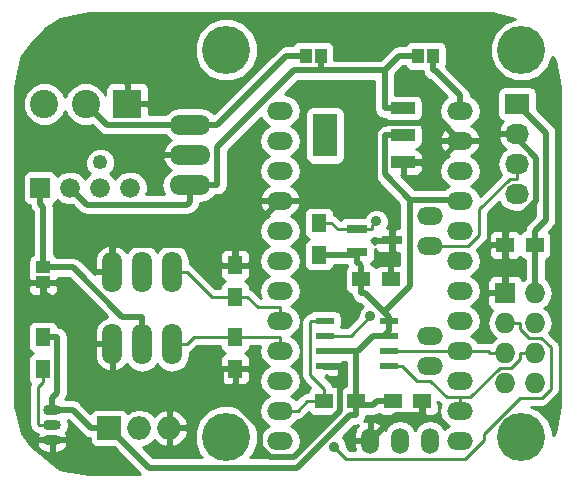
<source format=gtl>
G04 #@! TF.FileFunction,Copper,L1,Top,Signal*
%FSLAX46Y46*%
G04 Gerber Fmt 4.6, Leading zero omitted, Abs format (unit mm)*
G04 Created by KiCad (PCBNEW 4.0.2-stable) date Samedi 23 avril 2016 19:09:36*
%MOMM*%
G01*
G04 APERTURE LIST*
%ADD10C,0.100000*%
%ADD11O,2.199640X1.501140*%
%ADD12O,1.501140X2.199640*%
%ADD13C,4.064000*%
%ADD14O,1.699260X3.500120*%
%ADD15O,3.500120X1.699260*%
%ADD16O,1.501140X0.899160*%
%ADD17R,1.500000X1.250000*%
%ADD18R,1.300000X1.500000*%
%ADD19R,1.500000X1.300000*%
%ADD20R,1.270000X1.016000*%
%ADD21R,1.016000X1.270000*%
%ADD22R,1.800860X0.800100*%
%ADD23R,1.550000X0.600000*%
%ADD24O,1.727200X1.727200*%
%ADD25R,1.727200X1.727200*%
%ADD26R,2.032000X3.657600*%
%ADD27R,2.032000X1.016000*%
%ADD28R,2.032000X1.727200*%
%ADD29O,2.032000X1.727200*%
%ADD30R,1.676400X1.676400*%
%ADD31C,1.676400*%
%ADD32C,1.250000*%
%ADD33O,1.998980X1.998980*%
%ADD34R,1.998980X1.998980*%
%ADD35C,2.400000*%
%ADD36R,2.400000X2.400000*%
%ADD37C,0.889000*%
%ADD38C,0.508000*%
%ADD39C,0.254000*%
G04 APERTURE END LIST*
D10*
D11*
X156202000Y-61536000D03*
X156202000Y-64076000D03*
X143502000Y-42486000D03*
X143502000Y-45026000D03*
X143502000Y-47566000D03*
X143502000Y-50106000D03*
X143502000Y-52646000D03*
X143502000Y-55186000D03*
X143502000Y-57726000D03*
X143502000Y-60266000D03*
X143502000Y-62806000D03*
X143502000Y-65346000D03*
X143502000Y-67886000D03*
X143502000Y-70426000D03*
X158742000Y-70426000D03*
X158742000Y-67886000D03*
X158742000Y-65346000D03*
X158742000Y-62806000D03*
X158742000Y-60266000D03*
X158742000Y-57726000D03*
X158742000Y-55186000D03*
X158742000Y-52646000D03*
X158742000Y-50106000D03*
X158742000Y-47566000D03*
X158742000Y-45026000D03*
X158742000Y-42486000D03*
X156202000Y-53916000D03*
X156202000Y-51376000D03*
D12*
X156202000Y-70426000D03*
X153662000Y-70426000D03*
X151122000Y-70426000D03*
D13*
X163938000Y-37338000D03*
X138938000Y-37338000D03*
D14*
X131826000Y-56134000D03*
X134366000Y-56134000D03*
X129286000Y-56134000D03*
X131826000Y-62230000D03*
X134366000Y-62230000D03*
X129286000Y-62230000D03*
D15*
X135890000Y-46228000D03*
X135890000Y-43688000D03*
X135890000Y-48768000D03*
D16*
X124206000Y-69088000D03*
X124206000Y-67818000D03*
X124206000Y-70358000D03*
D17*
X165080000Y-53848000D03*
X162580000Y-53848000D03*
D18*
X139700000Y-58246000D03*
X139700000Y-55546000D03*
X139700000Y-61642000D03*
X139700000Y-64342000D03*
D19*
X149940000Y-67056000D03*
X147240000Y-67056000D03*
D13*
X138938000Y-70104000D03*
X163938000Y-70104000D03*
D20*
X123444000Y-55753000D03*
X123444000Y-57023000D03*
D21*
X146939000Y-37846000D03*
X145669000Y-37846000D03*
X155194000Y-37846000D03*
X156464000Y-37846000D03*
D17*
X153055000Y-67056000D03*
X155555000Y-67056000D03*
X150388000Y-56769000D03*
X152888000Y-56769000D03*
D18*
X123444000Y-64342000D03*
X123444000Y-61642000D03*
X146812000Y-54690000D03*
X146812000Y-51990000D03*
D22*
X150009860Y-52517000D03*
X150009860Y-54417000D03*
X153012140Y-53467000D03*
D23*
X147300000Y-60295000D03*
X147300000Y-61565000D03*
X147300000Y-62835000D03*
X147300000Y-64105000D03*
X152700000Y-64105000D03*
X152700000Y-62835000D03*
X152700000Y-61565000D03*
X152700000Y-60295000D03*
D24*
X162560000Y-65532000D03*
X165100000Y-65532000D03*
X162560000Y-62992000D03*
X165100000Y-62992000D03*
X162560000Y-60452000D03*
X165100000Y-60452000D03*
D25*
X162560000Y-57912000D03*
D24*
X165100000Y-57912000D03*
D26*
X147320000Y-44577000D03*
D27*
X153924000Y-44577000D03*
X153924000Y-42291000D03*
X153924000Y-46863000D03*
D28*
X163576000Y-41910000D03*
D29*
X163576000Y-44450000D03*
X163576000Y-46990000D03*
X163576000Y-49530000D03*
D30*
X123190000Y-49022000D03*
D31*
X125730000Y-49022000D03*
X128270000Y-49022000D03*
X130810000Y-49022000D03*
D32*
X128270000Y-46862000D03*
D33*
X134112000Y-69342000D03*
D34*
X129032000Y-69342000D03*
D33*
X131572000Y-69342000D03*
D35*
X127056000Y-41910000D03*
X123556000Y-41910000D03*
D36*
X130556000Y-41910000D03*
D37*
X148111900Y-70970000D03*
X151161600Y-59884700D03*
X151667600Y-51858400D03*
D38*
X150179300Y-55376200D02*
X150388000Y-55584900D01*
X150009900Y-55376200D02*
X150179300Y-55376200D01*
X150388000Y-56769000D02*
X150388000Y-55584900D01*
X146812000Y-54690000D02*
X150009900Y-54690000D01*
X150009900Y-54417000D02*
X150009900Y-54690000D01*
X150009900Y-54690000D02*
X150009900Y-55376200D01*
X147300000Y-62835000D02*
X148633900Y-62835000D01*
X149940000Y-67056000D02*
X149940000Y-62835000D01*
X150095900Y-62835000D02*
X149940000Y-62835000D01*
X151365900Y-61565000D02*
X150095900Y-62835000D01*
X149940000Y-62835000D02*
X148633900Y-62835000D01*
X149940000Y-67444800D02*
X149940000Y-68265100D01*
X149940000Y-67444800D02*
X149940000Y-67426900D01*
X149940000Y-67056000D02*
X149940000Y-67426900D01*
X151375000Y-67426900D02*
X151745900Y-67056000D01*
X149940000Y-67426900D02*
X151375000Y-67426900D01*
X153055000Y-67056000D02*
X151745900Y-67056000D01*
X152700000Y-61565000D02*
X152229300Y-61565000D01*
X152229300Y-61565000D02*
X151365900Y-61565000D01*
X153924000Y-44577000D02*
X152348900Y-44577000D01*
X124653100Y-66362200D02*
X124206000Y-66809300D01*
X124653100Y-61642000D02*
X124653100Y-66362200D01*
X123444000Y-61642000D02*
X124653100Y-61642000D01*
X124206000Y-67818000D02*
X124206000Y-66809300D01*
X152700000Y-61094300D02*
X152700000Y-60295000D01*
X152229300Y-61565000D02*
X152700000Y-61094300D01*
X150388000Y-56769000D02*
X150388000Y-57953100D01*
X158665100Y-50029100D02*
X154543100Y-50029100D01*
X158742000Y-50106000D02*
X158665100Y-50029100D01*
X152348900Y-47834900D02*
X152348900Y-44577000D01*
X154543100Y-50029100D02*
X152348900Y-47834900D01*
X154496700Y-57357500D02*
X152292600Y-59561600D01*
X154496700Y-50075500D02*
X154496700Y-57357500D01*
X154543100Y-50029100D02*
X154496700Y-50075500D01*
X152700000Y-59969100D02*
X152292600Y-59561600D01*
X152700000Y-60295000D02*
X152700000Y-59969100D01*
X150684000Y-57953100D02*
X150388000Y-57953100D01*
X152292600Y-59561600D02*
X150684000Y-57953100D01*
X165100000Y-55052100D02*
X165080000Y-55032100D01*
X165100000Y-57912000D02*
X165100000Y-55052100D01*
X165080000Y-53848000D02*
X165080000Y-55032100D01*
X166018000Y-51725900D02*
X165080000Y-52663900D01*
X166018000Y-44352000D02*
X166018000Y-51725900D01*
X163576000Y-41910000D02*
X166018000Y-44352000D01*
X165080000Y-53848000D02*
X165080000Y-52663900D01*
X132416700Y-72726700D02*
X129032000Y-69342000D01*
X144931700Y-72726700D02*
X132416700Y-72726700D01*
X149393300Y-68265100D02*
X144931700Y-72726700D01*
X149940000Y-68265100D02*
X149393300Y-68265100D01*
X125949400Y-67818000D02*
X124206000Y-67818000D01*
X127473400Y-69342000D02*
X125949400Y-67818000D01*
X129032000Y-69342000D02*
X127473400Y-69342000D01*
X134112000Y-69342000D02*
X135670600Y-69342000D01*
X139700000Y-64342000D02*
X138490900Y-64342000D01*
X158742000Y-45026000D02*
X160401000Y-45026000D01*
X162580000Y-56469300D02*
X162580000Y-53848000D01*
X162560000Y-56489300D02*
X162580000Y-56469300D01*
X162560000Y-57912000D02*
X162560000Y-56489300D01*
X152888000Y-54550300D02*
X152888000Y-56769000D01*
X153012100Y-54426200D02*
X152888000Y-54550300D01*
X153012100Y-53504400D02*
X153012100Y-54426200D01*
X153012100Y-53504400D02*
X153012100Y-53467000D01*
X153012100Y-53467000D02*
X153012100Y-52507900D01*
X139616800Y-53824800D02*
X139700000Y-53908000D01*
X129286000Y-53824800D02*
X139616800Y-53824800D01*
X139700000Y-55546000D02*
X139700000Y-53908000D01*
X139700000Y-53908000D02*
X143502000Y-50106000D01*
X129286000Y-56134000D02*
X129286000Y-53824800D01*
X156905000Y-46863000D02*
X158742000Y-45026000D01*
X153924000Y-46863000D02*
X156905000Y-46863000D01*
X143502000Y-50106000D02*
X145161000Y-50106000D01*
X157225800Y-43509800D02*
X158742000Y-45026000D01*
X152240900Y-43509800D02*
X157225800Y-43509800D01*
X151530200Y-44220500D02*
X152240900Y-43509800D01*
X151530200Y-50062600D02*
X151530200Y-44220500D01*
X153012100Y-51544500D02*
X151530200Y-50062600D01*
X153012100Y-52507900D02*
X153012100Y-51544500D01*
X145204400Y-50062600D02*
X145161000Y-50106000D01*
X151530200Y-50062600D02*
X145204400Y-50062600D01*
X147300000Y-64105000D02*
X148634100Y-64105000D01*
X138490900Y-66512800D02*
X138490900Y-64342000D01*
X135670600Y-69333100D02*
X138490900Y-66512800D01*
X135670600Y-69342000D02*
X135670600Y-69333100D01*
X148634100Y-64879100D02*
X148634100Y-64105000D01*
X148549100Y-64964100D02*
X148634100Y-64879100D01*
X148549100Y-67942800D02*
X148549100Y-64964100D01*
X144706100Y-71785800D02*
X148549100Y-67942800D01*
X142652000Y-71785800D02*
X144706100Y-71785800D01*
X141790400Y-70924200D02*
X142652000Y-71785800D01*
X141790400Y-69287600D02*
X141790400Y-70924200D01*
X139015600Y-66512800D02*
X141790400Y-69287600D01*
X138490900Y-66512800D02*
X139015600Y-66512800D01*
X123737400Y-58090100D02*
X123444000Y-58090100D01*
X127877300Y-62230000D02*
X123737400Y-58090100D01*
X129286000Y-62230000D02*
X127877300Y-62230000D01*
X123444000Y-57023000D02*
X123444000Y-58090100D01*
X153307900Y-68240100D02*
X155555000Y-68240100D01*
X151122000Y-70426000D02*
X153307900Y-68240100D01*
X155555000Y-67056000D02*
X155555000Y-68240100D01*
X163576000Y-44450000D02*
X163100700Y-44450000D01*
X160977000Y-44450000D02*
X160401000Y-45026000D01*
X163100700Y-44450000D02*
X160977000Y-44450000D01*
X162654000Y-52663900D02*
X162580000Y-52663900D01*
X165198900Y-50119000D02*
X162654000Y-52663900D01*
X165198900Y-46448100D02*
X165198900Y-50119000D01*
X163200800Y-44450000D02*
X165198900Y-46448100D01*
X163100700Y-44450000D02*
X163200800Y-44450000D01*
X162580000Y-53848000D02*
X162580000Y-52663900D01*
D39*
X134366000Y-56134000D02*
X135596900Y-56134000D01*
X137708900Y-58246000D02*
X139700000Y-58246000D01*
X135596900Y-56134000D02*
X137708900Y-58246000D01*
X141619400Y-59134100D02*
X143502000Y-59134100D01*
X140731300Y-58246000D02*
X141619400Y-59134100D01*
X143502000Y-60266000D02*
X143502000Y-59134100D01*
X139700000Y-58246000D02*
X140731300Y-58246000D01*
X134366000Y-62230000D02*
X135596900Y-62230000D01*
X136184900Y-61642000D02*
X139700000Y-61642000D01*
X135596900Y-62230000D02*
X136184900Y-61642000D01*
X143469900Y-61642000D02*
X143502000Y-61674100D01*
X139700000Y-61642000D02*
X143469900Y-61642000D01*
X143502000Y-62806000D02*
X143502000Y-61674100D01*
X146071100Y-64855800D02*
X147240000Y-66024700D01*
X146071100Y-60367600D02*
X146071100Y-64855800D01*
X146143700Y-60295000D02*
X146071100Y-60367600D01*
X147300000Y-60295000D02*
X146143700Y-60295000D01*
X145813200Y-67056000D02*
X144983200Y-67886000D01*
X147240000Y-67056000D02*
X145813200Y-67056000D01*
X143502000Y-67886000D02*
X144983200Y-67886000D01*
X147240000Y-67056000D02*
X147240000Y-66024700D01*
X162560000Y-60452000D02*
X163804900Y-60452000D01*
X149124700Y-71982800D02*
X148111900Y-70970000D01*
X159164200Y-71982800D02*
X149124700Y-71982800D01*
X160769600Y-70377400D02*
X159164200Y-71982800D01*
X160769600Y-69859500D02*
X160769600Y-70377400D01*
X163852200Y-66776900D02*
X160769600Y-69859500D01*
X165655100Y-66776900D02*
X163852200Y-66776900D01*
X166411500Y-66020500D02*
X165655100Y-66776900D01*
X166411500Y-62476700D02*
X166411500Y-66020500D01*
X165631700Y-61696900D02*
X166411500Y-62476700D01*
X164582900Y-61696900D02*
X165631700Y-61696900D01*
X163804900Y-60918900D02*
X164582900Y-61696900D01*
X163804900Y-60452000D02*
X163804900Y-60918900D01*
X152700000Y-64105000D02*
X153856300Y-64105000D01*
X155097300Y-65346000D02*
X153856300Y-64105000D01*
X156202000Y-65346000D02*
X155097300Y-65346000D01*
X157610100Y-66754100D02*
X156202000Y-65346000D01*
X158742000Y-66754100D02*
X157610100Y-66754100D01*
X158742000Y-67886000D02*
X158742000Y-66754100D01*
X159572300Y-66754100D02*
X158742000Y-66754100D01*
X162089500Y-64236900D02*
X159572300Y-66754100D01*
X163077100Y-64236900D02*
X162089500Y-64236900D01*
X163855100Y-63458900D02*
X163077100Y-64236900D01*
X163855100Y-62992000D02*
X163855100Y-63458900D01*
X165100000Y-62992000D02*
X163855100Y-62992000D01*
X149481300Y-61565000D02*
X147300000Y-61565000D01*
X151161600Y-59884700D02*
X149481300Y-61565000D01*
X162560000Y-62992000D02*
X161315100Y-62992000D01*
X161129100Y-62806000D02*
X158742000Y-62806000D01*
X161315100Y-62992000D02*
X161129100Y-62806000D01*
X153885300Y-62806000D02*
X153856300Y-62835000D01*
X158742000Y-62806000D02*
X153885300Y-62806000D01*
X152700000Y-62835000D02*
X153856300Y-62835000D01*
X146812000Y-51990000D02*
X147843300Y-51990000D01*
X148370300Y-52517000D02*
X150009900Y-52517000D01*
X147843300Y-51990000D02*
X148370300Y-52517000D01*
X151291600Y-52234400D02*
X151667600Y-51858400D01*
X151291600Y-52517000D02*
X151291600Y-52234400D01*
X150009900Y-52517000D02*
X151291600Y-52517000D01*
D38*
X155194000Y-37846000D02*
X154126900Y-37846000D01*
X153924000Y-42291000D02*
X152348900Y-42291000D01*
X146939000Y-37846000D02*
X146939000Y-39040100D01*
X152348900Y-42291000D02*
X152348900Y-39040100D01*
X153543000Y-37846000D02*
X154126900Y-37846000D01*
X152348900Y-39040100D02*
X153543000Y-37846000D01*
X135644400Y-50422300D02*
X135890000Y-50176700D01*
X127130300Y-50422300D02*
X135644400Y-50422300D01*
X125730000Y-49022000D02*
X127130300Y-50422300D01*
X135890000Y-48768000D02*
X135890000Y-50176700D01*
X152348900Y-39040100D02*
X146939000Y-39040100D01*
X138199200Y-45537300D02*
X138199200Y-48768000D01*
X144696400Y-39040100D02*
X138199200Y-45537300D01*
X146939000Y-39040100D02*
X144696400Y-39040100D01*
X135890000Y-48768000D02*
X138199200Y-48768000D01*
X128834000Y-43688000D02*
X135890000Y-43688000D01*
X127056000Y-41910000D02*
X128834000Y-43688000D01*
X144041200Y-37846000D02*
X145669000Y-37846000D01*
X138199200Y-43688000D02*
X144041200Y-37846000D01*
X135890000Y-43688000D02*
X138199200Y-43688000D01*
X123190000Y-49022000D02*
X123190000Y-50419300D01*
X131826000Y-62230000D02*
X131826000Y-59920800D01*
X123444000Y-50673300D02*
X123444000Y-55753000D01*
X123190000Y-50419300D02*
X123444000Y-50673300D01*
X130151700Y-59920800D02*
X131826000Y-59920800D01*
X125983900Y-55753000D02*
X130151700Y-59920800D01*
X123444000Y-55753000D02*
X125983900Y-55753000D01*
D39*
X123008600Y-69022500D02*
X123074100Y-69088000D01*
X123008600Y-65908700D02*
X123008600Y-69022500D01*
X123444000Y-65473300D02*
X123008600Y-65908700D01*
X123444000Y-64342000D02*
X123444000Y-65473300D01*
X124206000Y-69088000D02*
X123074100Y-69088000D01*
X159440900Y-53916000D02*
X156202000Y-53916000D01*
X160369100Y-52987800D02*
X159440900Y-53916000D01*
X160369100Y-50819400D02*
X160369100Y-52987800D01*
X162953600Y-48234900D02*
X160369100Y-50819400D01*
X163576000Y-48234900D02*
X162953600Y-48234900D01*
X163576000Y-46990000D02*
X163576000Y-48234900D01*
D38*
X156605800Y-39040100D02*
X158742000Y-41176300D01*
X156464000Y-39040100D02*
X156605800Y-39040100D01*
X158742000Y-42486000D02*
X158742000Y-41176300D01*
X156464000Y-37846000D02*
X156464000Y-39040100D01*
D39*
G36*
X163397413Y-34675668D02*
X162429239Y-35075709D01*
X161678345Y-35825293D01*
X161271464Y-36805173D01*
X161270538Y-37866172D01*
X161675709Y-38846761D01*
X162425293Y-39597655D01*
X163405173Y-40004536D01*
X164466172Y-40005462D01*
X165446761Y-39600291D01*
X166197655Y-38850707D01*
X166569728Y-37954655D01*
X166762713Y-38162485D01*
X166992974Y-39083531D01*
X167209000Y-40440198D01*
X167209000Y-67496533D01*
X166765379Y-69726765D01*
X166605121Y-69966609D01*
X166605462Y-69575828D01*
X166200291Y-68595239D01*
X165450707Y-67844345D01*
X164715112Y-67538900D01*
X165655100Y-67538900D01*
X165946705Y-67480896D01*
X166193915Y-67315715D01*
X166950315Y-66559315D01*
X167115496Y-66312105D01*
X167119097Y-66294000D01*
X167173500Y-66020500D01*
X167173500Y-62476700D01*
X167115496Y-62185095D01*
X167000954Y-62013671D01*
X166950316Y-61937885D01*
X166317400Y-61304970D01*
X166484526Y-61054848D01*
X166598600Y-60481359D01*
X166598600Y-60422641D01*
X166484526Y-59849152D01*
X166159670Y-59362971D01*
X165888828Y-59182000D01*
X166159670Y-59001029D01*
X166484526Y-58514848D01*
X166598600Y-57941359D01*
X166598600Y-57882641D01*
X166484526Y-57309152D01*
X166159670Y-56822971D01*
X165989000Y-56708933D01*
X165989000Y-55090522D01*
X166065317Y-55076162D01*
X166281441Y-54937090D01*
X166426431Y-54724890D01*
X166477440Y-54473000D01*
X166477440Y-53223000D01*
X166433162Y-52987683D01*
X166294090Y-52771559D01*
X166255764Y-52745372D01*
X166646618Y-52354518D01*
X166839329Y-52066106D01*
X166907000Y-51725900D01*
X166907000Y-44352000D01*
X166884084Y-44236794D01*
X166839330Y-44011795D01*
X166646618Y-43723382D01*
X165239440Y-42316204D01*
X165239440Y-41046400D01*
X165195162Y-40811083D01*
X165056090Y-40594959D01*
X164843890Y-40449969D01*
X164592000Y-40398960D01*
X162560000Y-40398960D01*
X162324683Y-40443238D01*
X162108559Y-40582310D01*
X161963569Y-40794510D01*
X161912560Y-41046400D01*
X161912560Y-42773600D01*
X161956838Y-43008917D01*
X162095910Y-43225041D01*
X162308110Y-43370031D01*
X162402927Y-43389232D01*
X162225268Y-43547964D01*
X161971291Y-44075209D01*
X161968642Y-44090974D01*
X162089783Y-44323000D01*
X163449000Y-44323000D01*
X163449000Y-44303000D01*
X163703000Y-44303000D01*
X163703000Y-44323000D01*
X163723000Y-44323000D01*
X163723000Y-44577000D01*
X163703000Y-44577000D01*
X163703000Y-44597000D01*
X163449000Y-44597000D01*
X163449000Y-44577000D01*
X162089783Y-44577000D01*
X161968642Y-44809026D01*
X161971291Y-44824791D01*
X162225268Y-45352036D01*
X162641069Y-45723539D01*
X162331585Y-45930330D01*
X162006729Y-46416511D01*
X161892655Y-46990000D01*
X162006729Y-47563489D01*
X162223284Y-47887586D01*
X160426867Y-49684003D01*
X160405337Y-49575765D01*
X160104983Y-49126254D01*
X159670588Y-48836000D01*
X160104983Y-48545746D01*
X160405337Y-48096235D01*
X160510807Y-47566000D01*
X160405337Y-47035765D01*
X160104983Y-46586254D01*
X159655472Y-46285900D01*
X159647928Y-46284399D01*
X159738817Y-46257499D01*
X160160798Y-45915944D01*
X160419950Y-45438903D01*
X160434133Y-45367275D01*
X160311479Y-45153000D01*
X158869000Y-45153000D01*
X158869000Y-45173000D01*
X158615000Y-45173000D01*
X158615000Y-45153000D01*
X157172521Y-45153000D01*
X157049867Y-45367275D01*
X157064050Y-45438903D01*
X157323202Y-45915944D01*
X157745183Y-46257499D01*
X157836072Y-46284399D01*
X157828528Y-46285900D01*
X157379017Y-46586254D01*
X157078663Y-47035765D01*
X156973193Y-47566000D01*
X157078663Y-48096235D01*
X157379017Y-48545746D01*
X157813412Y-48836000D01*
X157379017Y-49126254D01*
X157369765Y-49140100D01*
X154911336Y-49140100D01*
X153707743Y-47936507D01*
X153797000Y-47847250D01*
X153797000Y-46990000D01*
X154051000Y-46990000D01*
X154051000Y-47847250D01*
X154209750Y-48006000D01*
X155066310Y-48006000D01*
X155299699Y-47909327D01*
X155478327Y-47730698D01*
X155575000Y-47497309D01*
X155575000Y-47148750D01*
X155416250Y-46990000D01*
X154051000Y-46990000D01*
X153797000Y-46990000D01*
X153777000Y-46990000D01*
X153777000Y-46736000D01*
X153797000Y-46736000D01*
X153797000Y-46716000D01*
X154051000Y-46716000D01*
X154051000Y-46736000D01*
X155416250Y-46736000D01*
X155575000Y-46577250D01*
X155575000Y-46228691D01*
X155478327Y-45995302D01*
X155299699Y-45816673D01*
X155066310Y-45720000D01*
X155006113Y-45720000D01*
X155175317Y-45688162D01*
X155391441Y-45549090D01*
X155536431Y-45336890D01*
X155587440Y-45085000D01*
X155587440Y-44069000D01*
X155543162Y-43833683D01*
X155404090Y-43617559D01*
X155191890Y-43472569D01*
X155003686Y-43434457D01*
X155175317Y-43402162D01*
X155391441Y-43263090D01*
X155536431Y-43050890D01*
X155587440Y-42799000D01*
X155587440Y-41783000D01*
X155543162Y-41547683D01*
X155404090Y-41331559D01*
X155191890Y-41186569D01*
X154940000Y-41135560D01*
X153237900Y-41135560D01*
X153237900Y-39408336D01*
X153911236Y-38735000D01*
X154094860Y-38735000D01*
X154221910Y-38932441D01*
X154434110Y-39077431D01*
X154686000Y-39128440D01*
X155592572Y-39128440D01*
X155642671Y-39380306D01*
X155835382Y-39668718D01*
X156123794Y-39861429D01*
X156181339Y-39872875D01*
X157640201Y-41331737D01*
X157379017Y-41506254D01*
X157078663Y-41955765D01*
X156973193Y-42486000D01*
X157078663Y-43016235D01*
X157379017Y-43465746D01*
X157828528Y-43766100D01*
X157836072Y-43767601D01*
X157745183Y-43794501D01*
X157323202Y-44136056D01*
X157064050Y-44613097D01*
X157049867Y-44684725D01*
X157172521Y-44899000D01*
X158615000Y-44899000D01*
X158615000Y-44879000D01*
X158869000Y-44879000D01*
X158869000Y-44899000D01*
X160311479Y-44899000D01*
X160434133Y-44684725D01*
X160419950Y-44613097D01*
X160160798Y-44136056D01*
X159738817Y-43794501D01*
X159647928Y-43767601D01*
X159655472Y-43766100D01*
X160104983Y-43465746D01*
X160405337Y-43016235D01*
X160510807Y-42486000D01*
X160405337Y-41955765D01*
X160104983Y-41506254D01*
X159655472Y-41205900D01*
X159631000Y-41201032D01*
X159631000Y-41176300D01*
X159563329Y-40836094D01*
X159370618Y-40547682D01*
X157563314Y-38740378D01*
X157568431Y-38732890D01*
X157619440Y-38481000D01*
X157619440Y-37211000D01*
X157575162Y-36975683D01*
X157436090Y-36759559D01*
X157223890Y-36614569D01*
X156972000Y-36563560D01*
X155956000Y-36563560D01*
X155824338Y-36588334D01*
X155702000Y-36563560D01*
X154686000Y-36563560D01*
X154450683Y-36607838D01*
X154234559Y-36746910D01*
X154091011Y-36957000D01*
X153543000Y-36957000D01*
X153202794Y-37024671D01*
X152914382Y-37217382D01*
X151980664Y-38151100D01*
X148094440Y-38151100D01*
X148094440Y-37211000D01*
X148050162Y-36975683D01*
X147911090Y-36759559D01*
X147698890Y-36614569D01*
X147447000Y-36563560D01*
X146431000Y-36563560D01*
X146299338Y-36588334D01*
X146177000Y-36563560D01*
X145161000Y-36563560D01*
X144925683Y-36607838D01*
X144709559Y-36746910D01*
X144566011Y-36957000D01*
X144041200Y-36957000D01*
X143700995Y-37024670D01*
X143412582Y-37217382D01*
X137928928Y-42701036D01*
X137886948Y-42638208D01*
X137405299Y-42316381D01*
X136837156Y-42203370D01*
X134942844Y-42203370D01*
X134374701Y-42316381D01*
X133893052Y-42638208D01*
X133785614Y-42799000D01*
X132391000Y-42799000D01*
X132391000Y-42195750D01*
X132232250Y-42037000D01*
X130683000Y-42037000D01*
X130683000Y-42057000D01*
X130429000Y-42057000D01*
X130429000Y-42037000D01*
X130409000Y-42037000D01*
X130409000Y-41783000D01*
X130429000Y-41783000D01*
X130429000Y-40233750D01*
X130683000Y-40233750D01*
X130683000Y-41783000D01*
X132232250Y-41783000D01*
X132391000Y-41624250D01*
X132391000Y-40583690D01*
X132294327Y-40350301D01*
X132115698Y-40171673D01*
X131882309Y-40075000D01*
X130841750Y-40075000D01*
X130683000Y-40233750D01*
X130429000Y-40233750D01*
X130270250Y-40075000D01*
X129229691Y-40075000D01*
X128996302Y-40171673D01*
X128817673Y-40350301D01*
X128721000Y-40583690D01*
X128721000Y-41134395D01*
X128612545Y-40871914D01*
X128096801Y-40355270D01*
X127422605Y-40075319D01*
X126692597Y-40074682D01*
X126017914Y-40353455D01*
X125501270Y-40869199D01*
X125305865Y-41339785D01*
X125112545Y-40871914D01*
X124596801Y-40355270D01*
X123922605Y-40075319D01*
X123192597Y-40074682D01*
X122517914Y-40353455D01*
X122001270Y-40869199D01*
X121721319Y-41543395D01*
X121720682Y-42273403D01*
X121999455Y-42948086D01*
X122515199Y-43464730D01*
X123189395Y-43744681D01*
X123919403Y-43745318D01*
X124594086Y-43466545D01*
X125110730Y-42950801D01*
X125306135Y-42480215D01*
X125499455Y-42948086D01*
X126015199Y-43464730D01*
X126689395Y-43744681D01*
X127419403Y-43745318D01*
X127571314Y-43682550D01*
X128205382Y-44316618D01*
X128493794Y-44509329D01*
X128834000Y-44577000D01*
X133785614Y-44577000D01*
X133893052Y-44737792D01*
X134230873Y-44963516D01*
X133849976Y-45268011D01*
X133569351Y-45777190D01*
X133548460Y-45871168D01*
X133669786Y-46101000D01*
X135763000Y-46101000D01*
X135763000Y-46081000D01*
X136017000Y-46081000D01*
X136017000Y-46101000D01*
X136037000Y-46101000D01*
X136037000Y-46355000D01*
X136017000Y-46355000D01*
X136017000Y-46375000D01*
X135763000Y-46375000D01*
X135763000Y-46355000D01*
X133669786Y-46355000D01*
X133548460Y-46584832D01*
X133569351Y-46678810D01*
X133849976Y-47187989D01*
X134230873Y-47492484D01*
X133893052Y-47718208D01*
X133571225Y-48199857D01*
X133458214Y-48768000D01*
X133571225Y-49336143D01*
X133702961Y-49533300D01*
X132192847Y-49533300D01*
X132282944Y-49316323D01*
X132283455Y-48730248D01*
X132059647Y-48188589D01*
X131645591Y-47773810D01*
X131104323Y-47549056D01*
X130518248Y-47548545D01*
X129976589Y-47772353D01*
X129561810Y-48186409D01*
X129540225Y-48238392D01*
X129519647Y-48188589D01*
X129122797Y-47791046D01*
X129337553Y-47576665D01*
X129529781Y-47113729D01*
X129530218Y-46612470D01*
X129338799Y-46149200D01*
X128984665Y-45794447D01*
X128521729Y-45602219D01*
X128020470Y-45601782D01*
X127557200Y-45793201D01*
X127202447Y-46147335D01*
X127010219Y-46610271D01*
X127009782Y-47111530D01*
X127201201Y-47574800D01*
X127417466Y-47791443D01*
X127021810Y-48186409D01*
X127000225Y-48238392D01*
X126979647Y-48188589D01*
X126565591Y-47773810D01*
X126024323Y-47549056D01*
X125438248Y-47548545D01*
X124896589Y-47772353D01*
X124645402Y-48023102D01*
X124631362Y-47948483D01*
X124492290Y-47732359D01*
X124280090Y-47587369D01*
X124028200Y-47536360D01*
X122351800Y-47536360D01*
X122116483Y-47580638D01*
X121900359Y-47719710D01*
X121755369Y-47931910D01*
X121704360Y-48183800D01*
X121704360Y-49860200D01*
X121748638Y-50095517D01*
X121887710Y-50311641D01*
X122099910Y-50456631D01*
X122317177Y-50500629D01*
X122368671Y-50759506D01*
X122480807Y-50927329D01*
X122555000Y-51038367D01*
X122555000Y-54653860D01*
X122357559Y-54780910D01*
X122212569Y-54993110D01*
X122161560Y-55245000D01*
X122161560Y-56261000D01*
X122181967Y-56369456D01*
X122174000Y-56388691D01*
X122174000Y-56737250D01*
X122332750Y-56896000D01*
X122747569Y-56896000D01*
X122809000Y-56908440D01*
X124079000Y-56908440D01*
X124145113Y-56896000D01*
X124555250Y-56896000D01*
X124714000Y-56737250D01*
X124714000Y-56642000D01*
X125615664Y-56642000D01*
X128874317Y-59900653D01*
X128835190Y-59909351D01*
X128326011Y-60189976D01*
X127962982Y-60644094D01*
X127801370Y-61202570D01*
X127801370Y-62103000D01*
X129159000Y-62103000D01*
X129159000Y-62083000D01*
X129413000Y-62083000D01*
X129413000Y-62103000D01*
X129433000Y-62103000D01*
X129433000Y-62357000D01*
X129413000Y-62357000D01*
X129413000Y-64450214D01*
X129642832Y-64571540D01*
X129736810Y-64550649D01*
X130245989Y-64270024D01*
X130550484Y-63889127D01*
X130776208Y-64226948D01*
X131257857Y-64548775D01*
X131826000Y-64661786D01*
X132394143Y-64548775D01*
X132875792Y-64226948D01*
X133096000Y-63897383D01*
X133316208Y-64226948D01*
X133797857Y-64548775D01*
X134366000Y-64661786D01*
X134537110Y-64627750D01*
X138415000Y-64627750D01*
X138415000Y-65218309D01*
X138511673Y-65451698D01*
X138690301Y-65630327D01*
X138923690Y-65727000D01*
X139414250Y-65727000D01*
X139573000Y-65568250D01*
X139573000Y-64469000D01*
X139827000Y-64469000D01*
X139827000Y-65568250D01*
X139985750Y-65727000D01*
X140476310Y-65727000D01*
X140709699Y-65630327D01*
X140888327Y-65451698D01*
X140985000Y-65218309D01*
X140985000Y-64627750D01*
X140826250Y-64469000D01*
X139827000Y-64469000D01*
X139573000Y-64469000D01*
X138573750Y-64469000D01*
X138415000Y-64627750D01*
X134537110Y-64627750D01*
X134934143Y-64548775D01*
X135415792Y-64226948D01*
X135737619Y-63745299D01*
X135850630Y-63177156D01*
X135850630Y-62941530D01*
X135888505Y-62933996D01*
X136135715Y-62768815D01*
X136500531Y-62404000D01*
X138404818Y-62404000D01*
X138446838Y-62627317D01*
X138585910Y-62843441D01*
X138798110Y-62988431D01*
X138831490Y-62995191D01*
X138690301Y-63053673D01*
X138511673Y-63232302D01*
X138415000Y-63465691D01*
X138415000Y-64056250D01*
X138573750Y-64215000D01*
X139573000Y-64215000D01*
X139573000Y-64195000D01*
X139827000Y-64195000D01*
X139827000Y-64215000D01*
X140826250Y-64215000D01*
X140985000Y-64056250D01*
X140985000Y-63465691D01*
X140888327Y-63232302D01*
X140709699Y-63053673D01*
X140573713Y-62997346D01*
X140585317Y-62995162D01*
X140801441Y-62856090D01*
X140946431Y-62643890D01*
X140995010Y-62404000D01*
X141813156Y-62404000D01*
X141733193Y-62806000D01*
X141838663Y-63336235D01*
X142139017Y-63785746D01*
X142573412Y-64076000D01*
X142139017Y-64366254D01*
X141838663Y-64815765D01*
X141733193Y-65346000D01*
X141838663Y-65876235D01*
X142139017Y-66325746D01*
X142573412Y-66616000D01*
X142139017Y-66906254D01*
X141838663Y-67355765D01*
X141733193Y-67886000D01*
X141838663Y-68416235D01*
X142139017Y-68865746D01*
X142573412Y-69156000D01*
X142139017Y-69446254D01*
X141838663Y-69895765D01*
X141733193Y-70426000D01*
X141838663Y-70956235D01*
X142139017Y-71405746D01*
X142588528Y-71706100D01*
X143118763Y-71811570D01*
X143885237Y-71811570D01*
X144415472Y-71706100D01*
X144864983Y-71405746D01*
X145165337Y-70956235D01*
X145270807Y-70426000D01*
X145165337Y-69895765D01*
X144864983Y-69446254D01*
X144430588Y-69156000D01*
X144864983Y-68865746D01*
X145014657Y-68641743D01*
X145274805Y-68589996D01*
X145522015Y-68424815D01*
X145933304Y-68013527D01*
X146025910Y-68157441D01*
X146238110Y-68302431D01*
X146490000Y-68353440D01*
X147990000Y-68353440D01*
X148061103Y-68340061D01*
X144563464Y-71837700D01*
X140976276Y-71837700D01*
X141197655Y-71616707D01*
X141604536Y-70636827D01*
X141605462Y-69575828D01*
X141200291Y-68595239D01*
X140450707Y-67844345D01*
X139470827Y-67437464D01*
X138409828Y-67436538D01*
X137429239Y-67841709D01*
X136678345Y-68591293D01*
X136271464Y-69571173D01*
X136270538Y-70632172D01*
X136675709Y-71612761D01*
X136900256Y-71837700D01*
X132784936Y-71837700D01*
X131870684Y-70923448D01*
X132229514Y-70852072D01*
X132759781Y-70497759D01*
X132859379Y-70348700D01*
X133152274Y-70665068D01*
X133731645Y-70931627D01*
X133985000Y-70812807D01*
X133985000Y-69469000D01*
X134239000Y-69469000D01*
X134239000Y-70812807D01*
X134492355Y-70931627D01*
X135071726Y-70665068D01*
X135504987Y-70197084D01*
X135701619Y-69722354D01*
X135582265Y-69469000D01*
X134239000Y-69469000D01*
X133985000Y-69469000D01*
X133965000Y-69469000D01*
X133965000Y-69215000D01*
X133985000Y-69215000D01*
X133985000Y-67871193D01*
X134239000Y-67871193D01*
X134239000Y-69215000D01*
X135582265Y-69215000D01*
X135701619Y-68961646D01*
X135504987Y-68486916D01*
X135071726Y-68018932D01*
X134492355Y-67752373D01*
X134239000Y-67871193D01*
X133985000Y-67871193D01*
X133731645Y-67752373D01*
X133152274Y-68018932D01*
X132859379Y-68335300D01*
X132759781Y-68186241D01*
X132229514Y-67831928D01*
X131604022Y-67707510D01*
X131539978Y-67707510D01*
X130914486Y-67831928D01*
X130594923Y-68045453D01*
X130495580Y-67891069D01*
X130283380Y-67746079D01*
X130031490Y-67695070D01*
X128032510Y-67695070D01*
X127797193Y-67739348D01*
X127581069Y-67878420D01*
X127453605Y-68064969D01*
X126578018Y-67189382D01*
X126566976Y-67182004D01*
X126289606Y-66996671D01*
X125949400Y-66929000D01*
X125323024Y-66929000D01*
X125474429Y-66702406D01*
X125542100Y-66362200D01*
X125542100Y-62357000D01*
X127801370Y-62357000D01*
X127801370Y-63257430D01*
X127962982Y-63815906D01*
X128326011Y-64270024D01*
X128835190Y-64550649D01*
X128929168Y-64571540D01*
X129159000Y-64450214D01*
X129159000Y-62357000D01*
X127801370Y-62357000D01*
X125542100Y-62357000D01*
X125542100Y-61642000D01*
X125474429Y-61301794D01*
X125281718Y-61013382D01*
X124993306Y-60820671D01*
X124717703Y-60765850D01*
X124697162Y-60656683D01*
X124558090Y-60440559D01*
X124345890Y-60295569D01*
X124094000Y-60244560D01*
X122794000Y-60244560D01*
X122558683Y-60288838D01*
X122342559Y-60427910D01*
X122197569Y-60640110D01*
X122146560Y-60892000D01*
X122146560Y-62392000D01*
X122190838Y-62627317D01*
X122329910Y-62843441D01*
X122542110Y-62988431D01*
X122555197Y-62991081D01*
X122342559Y-63127910D01*
X122197569Y-63340110D01*
X122146560Y-63592000D01*
X122146560Y-65092000D01*
X122190838Y-65327317D01*
X122329910Y-65543441D01*
X122346324Y-65554656D01*
X122304604Y-65617095D01*
X122246600Y-65908700D01*
X122246600Y-69022500D01*
X122304604Y-69314105D01*
X122469785Y-69561315D01*
X122535285Y-69626815D01*
X122782495Y-69791996D01*
X122975252Y-69830338D01*
X122861019Y-70064065D01*
X122987932Y-70231000D01*
X124079000Y-70231000D01*
X124079000Y-70211000D01*
X124333000Y-70211000D01*
X124333000Y-70231000D01*
X125424068Y-70231000D01*
X125550981Y-70064065D01*
X125386359Y-69727238D01*
X125536156Y-69503051D01*
X125618715Y-69088000D01*
X125542929Y-68707000D01*
X125581164Y-68707000D01*
X126844782Y-69970618D01*
X127133194Y-70163329D01*
X127385070Y-70213430D01*
X127385070Y-70341490D01*
X127429348Y-70576807D01*
X127568420Y-70792931D01*
X127780620Y-70937921D01*
X128032510Y-70988930D01*
X129421694Y-70988930D01*
X131661764Y-73229000D01*
X127308198Y-73229000D01*
X125251941Y-72901577D01*
X124874319Y-72807171D01*
X124615424Y-72648225D01*
X122273282Y-70666413D01*
X122262782Y-70651935D01*
X122861019Y-70651935D01*
X123048294Y-71035111D01*
X123372627Y-71311420D01*
X123778010Y-71442580D01*
X124079000Y-71442580D01*
X124079000Y-70485000D01*
X124333000Y-70485000D01*
X124333000Y-71442580D01*
X124633990Y-71442580D01*
X125039373Y-71311420D01*
X125363706Y-71035111D01*
X125550981Y-70651935D01*
X125424068Y-70485000D01*
X124333000Y-70485000D01*
X124079000Y-70485000D01*
X122987932Y-70485000D01*
X122861019Y-70651935D01*
X122262782Y-70651935D01*
X121630408Y-69780032D01*
X121081000Y-67483214D01*
X121081000Y-57308750D01*
X122174000Y-57308750D01*
X122174000Y-57657309D01*
X122270673Y-57890698D01*
X122449301Y-58069327D01*
X122682690Y-58166000D01*
X123158250Y-58166000D01*
X123317000Y-58007250D01*
X123317000Y-57150000D01*
X123571000Y-57150000D01*
X123571000Y-58007250D01*
X123729750Y-58166000D01*
X124205310Y-58166000D01*
X124438699Y-58069327D01*
X124617327Y-57890698D01*
X124714000Y-57657309D01*
X124714000Y-57308750D01*
X124555250Y-57150000D01*
X123571000Y-57150000D01*
X123317000Y-57150000D01*
X122332750Y-57150000D01*
X122174000Y-57308750D01*
X121081000Y-57308750D01*
X121081000Y-40453467D01*
X121563290Y-38028832D01*
X121671975Y-37866172D01*
X136270538Y-37866172D01*
X136675709Y-38846761D01*
X137425293Y-39597655D01*
X138405173Y-40004536D01*
X139466172Y-40005462D01*
X140446761Y-39600291D01*
X141197655Y-38850707D01*
X141604536Y-37870827D01*
X141605462Y-36809828D01*
X141200291Y-35829239D01*
X140450707Y-35078345D01*
X139470827Y-34671464D01*
X138409828Y-34670538D01*
X137429239Y-35075709D01*
X136678345Y-35825293D01*
X136271464Y-36805173D01*
X136270538Y-37866172D01*
X121671975Y-37866172D01*
X122385907Y-36797699D01*
X123665699Y-35517907D01*
X124896832Y-34695290D01*
X127321467Y-34213000D01*
X161463214Y-34213000D01*
X163397413Y-34675668D01*
X163397413Y-34675668D01*
G37*
X163397413Y-34675668D02*
X162429239Y-35075709D01*
X161678345Y-35825293D01*
X161271464Y-36805173D01*
X161270538Y-37866172D01*
X161675709Y-38846761D01*
X162425293Y-39597655D01*
X163405173Y-40004536D01*
X164466172Y-40005462D01*
X165446761Y-39600291D01*
X166197655Y-38850707D01*
X166569728Y-37954655D01*
X166762713Y-38162485D01*
X166992974Y-39083531D01*
X167209000Y-40440198D01*
X167209000Y-67496533D01*
X166765379Y-69726765D01*
X166605121Y-69966609D01*
X166605462Y-69575828D01*
X166200291Y-68595239D01*
X165450707Y-67844345D01*
X164715112Y-67538900D01*
X165655100Y-67538900D01*
X165946705Y-67480896D01*
X166193915Y-67315715D01*
X166950315Y-66559315D01*
X167115496Y-66312105D01*
X167119097Y-66294000D01*
X167173500Y-66020500D01*
X167173500Y-62476700D01*
X167115496Y-62185095D01*
X167000954Y-62013671D01*
X166950316Y-61937885D01*
X166317400Y-61304970D01*
X166484526Y-61054848D01*
X166598600Y-60481359D01*
X166598600Y-60422641D01*
X166484526Y-59849152D01*
X166159670Y-59362971D01*
X165888828Y-59182000D01*
X166159670Y-59001029D01*
X166484526Y-58514848D01*
X166598600Y-57941359D01*
X166598600Y-57882641D01*
X166484526Y-57309152D01*
X166159670Y-56822971D01*
X165989000Y-56708933D01*
X165989000Y-55090522D01*
X166065317Y-55076162D01*
X166281441Y-54937090D01*
X166426431Y-54724890D01*
X166477440Y-54473000D01*
X166477440Y-53223000D01*
X166433162Y-52987683D01*
X166294090Y-52771559D01*
X166255764Y-52745372D01*
X166646618Y-52354518D01*
X166839329Y-52066106D01*
X166907000Y-51725900D01*
X166907000Y-44352000D01*
X166884084Y-44236794D01*
X166839330Y-44011795D01*
X166646618Y-43723382D01*
X165239440Y-42316204D01*
X165239440Y-41046400D01*
X165195162Y-40811083D01*
X165056090Y-40594959D01*
X164843890Y-40449969D01*
X164592000Y-40398960D01*
X162560000Y-40398960D01*
X162324683Y-40443238D01*
X162108559Y-40582310D01*
X161963569Y-40794510D01*
X161912560Y-41046400D01*
X161912560Y-42773600D01*
X161956838Y-43008917D01*
X162095910Y-43225041D01*
X162308110Y-43370031D01*
X162402927Y-43389232D01*
X162225268Y-43547964D01*
X161971291Y-44075209D01*
X161968642Y-44090974D01*
X162089783Y-44323000D01*
X163449000Y-44323000D01*
X163449000Y-44303000D01*
X163703000Y-44303000D01*
X163703000Y-44323000D01*
X163723000Y-44323000D01*
X163723000Y-44577000D01*
X163703000Y-44577000D01*
X163703000Y-44597000D01*
X163449000Y-44597000D01*
X163449000Y-44577000D01*
X162089783Y-44577000D01*
X161968642Y-44809026D01*
X161971291Y-44824791D01*
X162225268Y-45352036D01*
X162641069Y-45723539D01*
X162331585Y-45930330D01*
X162006729Y-46416511D01*
X161892655Y-46990000D01*
X162006729Y-47563489D01*
X162223284Y-47887586D01*
X160426867Y-49684003D01*
X160405337Y-49575765D01*
X160104983Y-49126254D01*
X159670588Y-48836000D01*
X160104983Y-48545746D01*
X160405337Y-48096235D01*
X160510807Y-47566000D01*
X160405337Y-47035765D01*
X160104983Y-46586254D01*
X159655472Y-46285900D01*
X159647928Y-46284399D01*
X159738817Y-46257499D01*
X160160798Y-45915944D01*
X160419950Y-45438903D01*
X160434133Y-45367275D01*
X160311479Y-45153000D01*
X158869000Y-45153000D01*
X158869000Y-45173000D01*
X158615000Y-45173000D01*
X158615000Y-45153000D01*
X157172521Y-45153000D01*
X157049867Y-45367275D01*
X157064050Y-45438903D01*
X157323202Y-45915944D01*
X157745183Y-46257499D01*
X157836072Y-46284399D01*
X157828528Y-46285900D01*
X157379017Y-46586254D01*
X157078663Y-47035765D01*
X156973193Y-47566000D01*
X157078663Y-48096235D01*
X157379017Y-48545746D01*
X157813412Y-48836000D01*
X157379017Y-49126254D01*
X157369765Y-49140100D01*
X154911336Y-49140100D01*
X153707743Y-47936507D01*
X153797000Y-47847250D01*
X153797000Y-46990000D01*
X154051000Y-46990000D01*
X154051000Y-47847250D01*
X154209750Y-48006000D01*
X155066310Y-48006000D01*
X155299699Y-47909327D01*
X155478327Y-47730698D01*
X155575000Y-47497309D01*
X155575000Y-47148750D01*
X155416250Y-46990000D01*
X154051000Y-46990000D01*
X153797000Y-46990000D01*
X153777000Y-46990000D01*
X153777000Y-46736000D01*
X153797000Y-46736000D01*
X153797000Y-46716000D01*
X154051000Y-46716000D01*
X154051000Y-46736000D01*
X155416250Y-46736000D01*
X155575000Y-46577250D01*
X155575000Y-46228691D01*
X155478327Y-45995302D01*
X155299699Y-45816673D01*
X155066310Y-45720000D01*
X155006113Y-45720000D01*
X155175317Y-45688162D01*
X155391441Y-45549090D01*
X155536431Y-45336890D01*
X155587440Y-45085000D01*
X155587440Y-44069000D01*
X155543162Y-43833683D01*
X155404090Y-43617559D01*
X155191890Y-43472569D01*
X155003686Y-43434457D01*
X155175317Y-43402162D01*
X155391441Y-43263090D01*
X155536431Y-43050890D01*
X155587440Y-42799000D01*
X155587440Y-41783000D01*
X155543162Y-41547683D01*
X155404090Y-41331559D01*
X155191890Y-41186569D01*
X154940000Y-41135560D01*
X153237900Y-41135560D01*
X153237900Y-39408336D01*
X153911236Y-38735000D01*
X154094860Y-38735000D01*
X154221910Y-38932441D01*
X154434110Y-39077431D01*
X154686000Y-39128440D01*
X155592572Y-39128440D01*
X155642671Y-39380306D01*
X155835382Y-39668718D01*
X156123794Y-39861429D01*
X156181339Y-39872875D01*
X157640201Y-41331737D01*
X157379017Y-41506254D01*
X157078663Y-41955765D01*
X156973193Y-42486000D01*
X157078663Y-43016235D01*
X157379017Y-43465746D01*
X157828528Y-43766100D01*
X157836072Y-43767601D01*
X157745183Y-43794501D01*
X157323202Y-44136056D01*
X157064050Y-44613097D01*
X157049867Y-44684725D01*
X157172521Y-44899000D01*
X158615000Y-44899000D01*
X158615000Y-44879000D01*
X158869000Y-44879000D01*
X158869000Y-44899000D01*
X160311479Y-44899000D01*
X160434133Y-44684725D01*
X160419950Y-44613097D01*
X160160798Y-44136056D01*
X159738817Y-43794501D01*
X159647928Y-43767601D01*
X159655472Y-43766100D01*
X160104983Y-43465746D01*
X160405337Y-43016235D01*
X160510807Y-42486000D01*
X160405337Y-41955765D01*
X160104983Y-41506254D01*
X159655472Y-41205900D01*
X159631000Y-41201032D01*
X159631000Y-41176300D01*
X159563329Y-40836094D01*
X159370618Y-40547682D01*
X157563314Y-38740378D01*
X157568431Y-38732890D01*
X157619440Y-38481000D01*
X157619440Y-37211000D01*
X157575162Y-36975683D01*
X157436090Y-36759559D01*
X157223890Y-36614569D01*
X156972000Y-36563560D01*
X155956000Y-36563560D01*
X155824338Y-36588334D01*
X155702000Y-36563560D01*
X154686000Y-36563560D01*
X154450683Y-36607838D01*
X154234559Y-36746910D01*
X154091011Y-36957000D01*
X153543000Y-36957000D01*
X153202794Y-37024671D01*
X152914382Y-37217382D01*
X151980664Y-38151100D01*
X148094440Y-38151100D01*
X148094440Y-37211000D01*
X148050162Y-36975683D01*
X147911090Y-36759559D01*
X147698890Y-36614569D01*
X147447000Y-36563560D01*
X146431000Y-36563560D01*
X146299338Y-36588334D01*
X146177000Y-36563560D01*
X145161000Y-36563560D01*
X144925683Y-36607838D01*
X144709559Y-36746910D01*
X144566011Y-36957000D01*
X144041200Y-36957000D01*
X143700995Y-37024670D01*
X143412582Y-37217382D01*
X137928928Y-42701036D01*
X137886948Y-42638208D01*
X137405299Y-42316381D01*
X136837156Y-42203370D01*
X134942844Y-42203370D01*
X134374701Y-42316381D01*
X133893052Y-42638208D01*
X133785614Y-42799000D01*
X132391000Y-42799000D01*
X132391000Y-42195750D01*
X132232250Y-42037000D01*
X130683000Y-42037000D01*
X130683000Y-42057000D01*
X130429000Y-42057000D01*
X130429000Y-42037000D01*
X130409000Y-42037000D01*
X130409000Y-41783000D01*
X130429000Y-41783000D01*
X130429000Y-40233750D01*
X130683000Y-40233750D01*
X130683000Y-41783000D01*
X132232250Y-41783000D01*
X132391000Y-41624250D01*
X132391000Y-40583690D01*
X132294327Y-40350301D01*
X132115698Y-40171673D01*
X131882309Y-40075000D01*
X130841750Y-40075000D01*
X130683000Y-40233750D01*
X130429000Y-40233750D01*
X130270250Y-40075000D01*
X129229691Y-40075000D01*
X128996302Y-40171673D01*
X128817673Y-40350301D01*
X128721000Y-40583690D01*
X128721000Y-41134395D01*
X128612545Y-40871914D01*
X128096801Y-40355270D01*
X127422605Y-40075319D01*
X126692597Y-40074682D01*
X126017914Y-40353455D01*
X125501270Y-40869199D01*
X125305865Y-41339785D01*
X125112545Y-40871914D01*
X124596801Y-40355270D01*
X123922605Y-40075319D01*
X123192597Y-40074682D01*
X122517914Y-40353455D01*
X122001270Y-40869199D01*
X121721319Y-41543395D01*
X121720682Y-42273403D01*
X121999455Y-42948086D01*
X122515199Y-43464730D01*
X123189395Y-43744681D01*
X123919403Y-43745318D01*
X124594086Y-43466545D01*
X125110730Y-42950801D01*
X125306135Y-42480215D01*
X125499455Y-42948086D01*
X126015199Y-43464730D01*
X126689395Y-43744681D01*
X127419403Y-43745318D01*
X127571314Y-43682550D01*
X128205382Y-44316618D01*
X128493794Y-44509329D01*
X128834000Y-44577000D01*
X133785614Y-44577000D01*
X133893052Y-44737792D01*
X134230873Y-44963516D01*
X133849976Y-45268011D01*
X133569351Y-45777190D01*
X133548460Y-45871168D01*
X133669786Y-46101000D01*
X135763000Y-46101000D01*
X135763000Y-46081000D01*
X136017000Y-46081000D01*
X136017000Y-46101000D01*
X136037000Y-46101000D01*
X136037000Y-46355000D01*
X136017000Y-46355000D01*
X136017000Y-46375000D01*
X135763000Y-46375000D01*
X135763000Y-46355000D01*
X133669786Y-46355000D01*
X133548460Y-46584832D01*
X133569351Y-46678810D01*
X133849976Y-47187989D01*
X134230873Y-47492484D01*
X133893052Y-47718208D01*
X133571225Y-48199857D01*
X133458214Y-48768000D01*
X133571225Y-49336143D01*
X133702961Y-49533300D01*
X132192847Y-49533300D01*
X132282944Y-49316323D01*
X132283455Y-48730248D01*
X132059647Y-48188589D01*
X131645591Y-47773810D01*
X131104323Y-47549056D01*
X130518248Y-47548545D01*
X129976589Y-47772353D01*
X129561810Y-48186409D01*
X129540225Y-48238392D01*
X129519647Y-48188589D01*
X129122797Y-47791046D01*
X129337553Y-47576665D01*
X129529781Y-47113729D01*
X129530218Y-46612470D01*
X129338799Y-46149200D01*
X128984665Y-45794447D01*
X128521729Y-45602219D01*
X128020470Y-45601782D01*
X127557200Y-45793201D01*
X127202447Y-46147335D01*
X127010219Y-46610271D01*
X127009782Y-47111530D01*
X127201201Y-47574800D01*
X127417466Y-47791443D01*
X127021810Y-48186409D01*
X127000225Y-48238392D01*
X126979647Y-48188589D01*
X126565591Y-47773810D01*
X126024323Y-47549056D01*
X125438248Y-47548545D01*
X124896589Y-47772353D01*
X124645402Y-48023102D01*
X124631362Y-47948483D01*
X124492290Y-47732359D01*
X124280090Y-47587369D01*
X124028200Y-47536360D01*
X122351800Y-47536360D01*
X122116483Y-47580638D01*
X121900359Y-47719710D01*
X121755369Y-47931910D01*
X121704360Y-48183800D01*
X121704360Y-49860200D01*
X121748638Y-50095517D01*
X121887710Y-50311641D01*
X122099910Y-50456631D01*
X122317177Y-50500629D01*
X122368671Y-50759506D01*
X122480807Y-50927329D01*
X122555000Y-51038367D01*
X122555000Y-54653860D01*
X122357559Y-54780910D01*
X122212569Y-54993110D01*
X122161560Y-55245000D01*
X122161560Y-56261000D01*
X122181967Y-56369456D01*
X122174000Y-56388691D01*
X122174000Y-56737250D01*
X122332750Y-56896000D01*
X122747569Y-56896000D01*
X122809000Y-56908440D01*
X124079000Y-56908440D01*
X124145113Y-56896000D01*
X124555250Y-56896000D01*
X124714000Y-56737250D01*
X124714000Y-56642000D01*
X125615664Y-56642000D01*
X128874317Y-59900653D01*
X128835190Y-59909351D01*
X128326011Y-60189976D01*
X127962982Y-60644094D01*
X127801370Y-61202570D01*
X127801370Y-62103000D01*
X129159000Y-62103000D01*
X129159000Y-62083000D01*
X129413000Y-62083000D01*
X129413000Y-62103000D01*
X129433000Y-62103000D01*
X129433000Y-62357000D01*
X129413000Y-62357000D01*
X129413000Y-64450214D01*
X129642832Y-64571540D01*
X129736810Y-64550649D01*
X130245989Y-64270024D01*
X130550484Y-63889127D01*
X130776208Y-64226948D01*
X131257857Y-64548775D01*
X131826000Y-64661786D01*
X132394143Y-64548775D01*
X132875792Y-64226948D01*
X133096000Y-63897383D01*
X133316208Y-64226948D01*
X133797857Y-64548775D01*
X134366000Y-64661786D01*
X134537110Y-64627750D01*
X138415000Y-64627750D01*
X138415000Y-65218309D01*
X138511673Y-65451698D01*
X138690301Y-65630327D01*
X138923690Y-65727000D01*
X139414250Y-65727000D01*
X139573000Y-65568250D01*
X139573000Y-64469000D01*
X139827000Y-64469000D01*
X139827000Y-65568250D01*
X139985750Y-65727000D01*
X140476310Y-65727000D01*
X140709699Y-65630327D01*
X140888327Y-65451698D01*
X140985000Y-65218309D01*
X140985000Y-64627750D01*
X140826250Y-64469000D01*
X139827000Y-64469000D01*
X139573000Y-64469000D01*
X138573750Y-64469000D01*
X138415000Y-64627750D01*
X134537110Y-64627750D01*
X134934143Y-64548775D01*
X135415792Y-64226948D01*
X135737619Y-63745299D01*
X135850630Y-63177156D01*
X135850630Y-62941530D01*
X135888505Y-62933996D01*
X136135715Y-62768815D01*
X136500531Y-62404000D01*
X138404818Y-62404000D01*
X138446838Y-62627317D01*
X138585910Y-62843441D01*
X138798110Y-62988431D01*
X138831490Y-62995191D01*
X138690301Y-63053673D01*
X138511673Y-63232302D01*
X138415000Y-63465691D01*
X138415000Y-64056250D01*
X138573750Y-64215000D01*
X139573000Y-64215000D01*
X139573000Y-64195000D01*
X139827000Y-64195000D01*
X139827000Y-64215000D01*
X140826250Y-64215000D01*
X140985000Y-64056250D01*
X140985000Y-63465691D01*
X140888327Y-63232302D01*
X140709699Y-63053673D01*
X140573713Y-62997346D01*
X140585317Y-62995162D01*
X140801441Y-62856090D01*
X140946431Y-62643890D01*
X140995010Y-62404000D01*
X141813156Y-62404000D01*
X141733193Y-62806000D01*
X141838663Y-63336235D01*
X142139017Y-63785746D01*
X142573412Y-64076000D01*
X142139017Y-64366254D01*
X141838663Y-64815765D01*
X141733193Y-65346000D01*
X141838663Y-65876235D01*
X142139017Y-66325746D01*
X142573412Y-66616000D01*
X142139017Y-66906254D01*
X141838663Y-67355765D01*
X141733193Y-67886000D01*
X141838663Y-68416235D01*
X142139017Y-68865746D01*
X142573412Y-69156000D01*
X142139017Y-69446254D01*
X141838663Y-69895765D01*
X141733193Y-70426000D01*
X141838663Y-70956235D01*
X142139017Y-71405746D01*
X142588528Y-71706100D01*
X143118763Y-71811570D01*
X143885237Y-71811570D01*
X144415472Y-71706100D01*
X144864983Y-71405746D01*
X145165337Y-70956235D01*
X145270807Y-70426000D01*
X145165337Y-69895765D01*
X144864983Y-69446254D01*
X144430588Y-69156000D01*
X144864983Y-68865746D01*
X145014657Y-68641743D01*
X145274805Y-68589996D01*
X145522015Y-68424815D01*
X145933304Y-68013527D01*
X146025910Y-68157441D01*
X146238110Y-68302431D01*
X146490000Y-68353440D01*
X147990000Y-68353440D01*
X148061103Y-68340061D01*
X144563464Y-71837700D01*
X140976276Y-71837700D01*
X141197655Y-71616707D01*
X141604536Y-70636827D01*
X141605462Y-69575828D01*
X141200291Y-68595239D01*
X140450707Y-67844345D01*
X139470827Y-67437464D01*
X138409828Y-67436538D01*
X137429239Y-67841709D01*
X136678345Y-68591293D01*
X136271464Y-69571173D01*
X136270538Y-70632172D01*
X136675709Y-71612761D01*
X136900256Y-71837700D01*
X132784936Y-71837700D01*
X131870684Y-70923448D01*
X132229514Y-70852072D01*
X132759781Y-70497759D01*
X132859379Y-70348700D01*
X133152274Y-70665068D01*
X133731645Y-70931627D01*
X133985000Y-70812807D01*
X133985000Y-69469000D01*
X134239000Y-69469000D01*
X134239000Y-70812807D01*
X134492355Y-70931627D01*
X135071726Y-70665068D01*
X135504987Y-70197084D01*
X135701619Y-69722354D01*
X135582265Y-69469000D01*
X134239000Y-69469000D01*
X133985000Y-69469000D01*
X133965000Y-69469000D01*
X133965000Y-69215000D01*
X133985000Y-69215000D01*
X133985000Y-67871193D01*
X134239000Y-67871193D01*
X134239000Y-69215000D01*
X135582265Y-69215000D01*
X135701619Y-68961646D01*
X135504987Y-68486916D01*
X135071726Y-68018932D01*
X134492355Y-67752373D01*
X134239000Y-67871193D01*
X133985000Y-67871193D01*
X133731645Y-67752373D01*
X133152274Y-68018932D01*
X132859379Y-68335300D01*
X132759781Y-68186241D01*
X132229514Y-67831928D01*
X131604022Y-67707510D01*
X131539978Y-67707510D01*
X130914486Y-67831928D01*
X130594923Y-68045453D01*
X130495580Y-67891069D01*
X130283380Y-67746079D01*
X130031490Y-67695070D01*
X128032510Y-67695070D01*
X127797193Y-67739348D01*
X127581069Y-67878420D01*
X127453605Y-68064969D01*
X126578018Y-67189382D01*
X126566976Y-67182004D01*
X126289606Y-66996671D01*
X125949400Y-66929000D01*
X125323024Y-66929000D01*
X125474429Y-66702406D01*
X125542100Y-66362200D01*
X125542100Y-62357000D01*
X127801370Y-62357000D01*
X127801370Y-63257430D01*
X127962982Y-63815906D01*
X128326011Y-64270024D01*
X128835190Y-64550649D01*
X128929168Y-64571540D01*
X129159000Y-64450214D01*
X129159000Y-62357000D01*
X127801370Y-62357000D01*
X125542100Y-62357000D01*
X125542100Y-61642000D01*
X125474429Y-61301794D01*
X125281718Y-61013382D01*
X124993306Y-60820671D01*
X124717703Y-60765850D01*
X124697162Y-60656683D01*
X124558090Y-60440559D01*
X124345890Y-60295569D01*
X124094000Y-60244560D01*
X122794000Y-60244560D01*
X122558683Y-60288838D01*
X122342559Y-60427910D01*
X122197569Y-60640110D01*
X122146560Y-60892000D01*
X122146560Y-62392000D01*
X122190838Y-62627317D01*
X122329910Y-62843441D01*
X122542110Y-62988431D01*
X122555197Y-62991081D01*
X122342559Y-63127910D01*
X122197569Y-63340110D01*
X122146560Y-63592000D01*
X122146560Y-65092000D01*
X122190838Y-65327317D01*
X122329910Y-65543441D01*
X122346324Y-65554656D01*
X122304604Y-65617095D01*
X122246600Y-65908700D01*
X122246600Y-69022500D01*
X122304604Y-69314105D01*
X122469785Y-69561315D01*
X122535285Y-69626815D01*
X122782495Y-69791996D01*
X122975252Y-69830338D01*
X122861019Y-70064065D01*
X122987932Y-70231000D01*
X124079000Y-70231000D01*
X124079000Y-70211000D01*
X124333000Y-70211000D01*
X124333000Y-70231000D01*
X125424068Y-70231000D01*
X125550981Y-70064065D01*
X125386359Y-69727238D01*
X125536156Y-69503051D01*
X125618715Y-69088000D01*
X125542929Y-68707000D01*
X125581164Y-68707000D01*
X126844782Y-69970618D01*
X127133194Y-70163329D01*
X127385070Y-70213430D01*
X127385070Y-70341490D01*
X127429348Y-70576807D01*
X127568420Y-70792931D01*
X127780620Y-70937921D01*
X128032510Y-70988930D01*
X129421694Y-70988930D01*
X131661764Y-73229000D01*
X127308198Y-73229000D01*
X125251941Y-72901577D01*
X124874319Y-72807171D01*
X124615424Y-72648225D01*
X122273282Y-70666413D01*
X122262782Y-70651935D01*
X122861019Y-70651935D01*
X123048294Y-71035111D01*
X123372627Y-71311420D01*
X123778010Y-71442580D01*
X124079000Y-71442580D01*
X124079000Y-70485000D01*
X124333000Y-70485000D01*
X124333000Y-71442580D01*
X124633990Y-71442580D01*
X125039373Y-71311420D01*
X125363706Y-71035111D01*
X125550981Y-70651935D01*
X125424068Y-70485000D01*
X124333000Y-70485000D01*
X124079000Y-70485000D01*
X122987932Y-70485000D01*
X122861019Y-70651935D01*
X122262782Y-70651935D01*
X121630408Y-69780032D01*
X121081000Y-67483214D01*
X121081000Y-57308750D01*
X122174000Y-57308750D01*
X122174000Y-57657309D01*
X122270673Y-57890698D01*
X122449301Y-58069327D01*
X122682690Y-58166000D01*
X123158250Y-58166000D01*
X123317000Y-58007250D01*
X123317000Y-57150000D01*
X123571000Y-57150000D01*
X123571000Y-58007250D01*
X123729750Y-58166000D01*
X124205310Y-58166000D01*
X124438699Y-58069327D01*
X124617327Y-57890698D01*
X124714000Y-57657309D01*
X124714000Y-57308750D01*
X124555250Y-57150000D01*
X123571000Y-57150000D01*
X123317000Y-57150000D01*
X122332750Y-57150000D01*
X122174000Y-57308750D01*
X121081000Y-57308750D01*
X121081000Y-40453467D01*
X121563290Y-38028832D01*
X121671975Y-37866172D01*
X136270538Y-37866172D01*
X136675709Y-38846761D01*
X137425293Y-39597655D01*
X138405173Y-40004536D01*
X139466172Y-40005462D01*
X140446761Y-39600291D01*
X141197655Y-38850707D01*
X141604536Y-37870827D01*
X141605462Y-36809828D01*
X141200291Y-35829239D01*
X140450707Y-35078345D01*
X139470827Y-34671464D01*
X138409828Y-34670538D01*
X137429239Y-35075709D01*
X136678345Y-35825293D01*
X136271464Y-36805173D01*
X136270538Y-37866172D01*
X121671975Y-37866172D01*
X122385907Y-36797699D01*
X123665699Y-35517907D01*
X124896832Y-34695290D01*
X127321467Y-34213000D01*
X161463214Y-34213000D01*
X163397413Y-34675668D01*
G36*
X155682000Y-66929000D02*
X155702000Y-66929000D01*
X155702000Y-67183000D01*
X155682000Y-67183000D01*
X155682000Y-68157250D01*
X155840750Y-68316000D01*
X156431309Y-68316000D01*
X156664698Y-68219327D01*
X156843327Y-68040699D01*
X156940000Y-67807310D01*
X156940000Y-67341750D01*
X156781252Y-67183002D01*
X156940000Y-67183002D01*
X156940000Y-67161630D01*
X157071285Y-67292915D01*
X157105419Y-67315722D01*
X157078663Y-67355765D01*
X156973193Y-67886000D01*
X157078663Y-68416235D01*
X157379017Y-68865746D01*
X157813412Y-69156000D01*
X157419668Y-69419092D01*
X157181746Y-69063017D01*
X156732235Y-68762663D01*
X156202000Y-68657193D01*
X155671765Y-68762663D01*
X155222254Y-69063017D01*
X154932000Y-69497412D01*
X154641746Y-69063017D01*
X154192235Y-68762663D01*
X153662000Y-68657193D01*
X153131765Y-68762663D01*
X152682254Y-69063017D01*
X152381900Y-69512528D01*
X152380399Y-69520072D01*
X152353499Y-69429183D01*
X152011944Y-69007202D01*
X151534903Y-68748050D01*
X151463275Y-68733867D01*
X151249000Y-68856521D01*
X151249000Y-70299000D01*
X151269000Y-70299000D01*
X151269000Y-70553000D01*
X151249000Y-70553000D01*
X151249000Y-70573000D01*
X150995000Y-70573000D01*
X150995000Y-70553000D01*
X149736430Y-70553000D01*
X149736430Y-70902250D01*
X149830711Y-71220800D01*
X149440331Y-71220800D01*
X149191399Y-70971869D01*
X149191587Y-70756216D01*
X149027589Y-70359311D01*
X148792163Y-70123473D01*
X149761536Y-69154100D01*
X149940000Y-69154100D01*
X150146383Y-69113048D01*
X149890501Y-69429183D01*
X149736430Y-69949750D01*
X149736430Y-70299000D01*
X150995000Y-70299000D01*
X150995000Y-68856521D01*
X150780725Y-68733867D01*
X150709097Y-68748050D01*
X150641364Y-68784846D01*
X150761329Y-68605306D01*
X150816150Y-68329703D01*
X150889508Y-68315900D01*
X151375000Y-68315900D01*
X151715206Y-68248229D01*
X151864437Y-68148516D01*
X152053110Y-68277431D01*
X152305000Y-68328440D01*
X153805000Y-68328440D01*
X154040317Y-68284162D01*
X154256441Y-68145090D01*
X154302969Y-68076994D01*
X154445302Y-68219327D01*
X154678691Y-68316000D01*
X155269250Y-68316000D01*
X155428000Y-68157250D01*
X155428000Y-67183000D01*
X155408000Y-67183000D01*
X155408000Y-66929000D01*
X155428000Y-66929000D01*
X155428000Y-66909000D01*
X155682000Y-66909000D01*
X155682000Y-66929000D01*
X155682000Y-66929000D01*
G37*
X155682000Y-66929000D02*
X155702000Y-66929000D01*
X155702000Y-67183000D01*
X155682000Y-67183000D01*
X155682000Y-68157250D01*
X155840750Y-68316000D01*
X156431309Y-68316000D01*
X156664698Y-68219327D01*
X156843327Y-68040699D01*
X156940000Y-67807310D01*
X156940000Y-67341750D01*
X156781252Y-67183002D01*
X156940000Y-67183002D01*
X156940000Y-67161630D01*
X157071285Y-67292915D01*
X157105419Y-67315722D01*
X157078663Y-67355765D01*
X156973193Y-67886000D01*
X157078663Y-68416235D01*
X157379017Y-68865746D01*
X157813412Y-69156000D01*
X157419668Y-69419092D01*
X157181746Y-69063017D01*
X156732235Y-68762663D01*
X156202000Y-68657193D01*
X155671765Y-68762663D01*
X155222254Y-69063017D01*
X154932000Y-69497412D01*
X154641746Y-69063017D01*
X154192235Y-68762663D01*
X153662000Y-68657193D01*
X153131765Y-68762663D01*
X152682254Y-69063017D01*
X152381900Y-69512528D01*
X152380399Y-69520072D01*
X152353499Y-69429183D01*
X152011944Y-69007202D01*
X151534903Y-68748050D01*
X151463275Y-68733867D01*
X151249000Y-68856521D01*
X151249000Y-70299000D01*
X151269000Y-70299000D01*
X151269000Y-70553000D01*
X151249000Y-70553000D01*
X151249000Y-70573000D01*
X150995000Y-70573000D01*
X150995000Y-70553000D01*
X149736430Y-70553000D01*
X149736430Y-70902250D01*
X149830711Y-71220800D01*
X149440331Y-71220800D01*
X149191399Y-70971869D01*
X149191587Y-70756216D01*
X149027589Y-70359311D01*
X148792163Y-70123473D01*
X149761536Y-69154100D01*
X149940000Y-69154100D01*
X150146383Y-69113048D01*
X149890501Y-69429183D01*
X149736430Y-69949750D01*
X149736430Y-70299000D01*
X150995000Y-70299000D01*
X150995000Y-68856521D01*
X150780725Y-68733867D01*
X150709097Y-68748050D01*
X150641364Y-68784846D01*
X150761329Y-68605306D01*
X150816150Y-68329703D01*
X150889508Y-68315900D01*
X151375000Y-68315900D01*
X151715206Y-68248229D01*
X151864437Y-68148516D01*
X152053110Y-68277431D01*
X152305000Y-68328440D01*
X153805000Y-68328440D01*
X154040317Y-68284162D01*
X154256441Y-68145090D01*
X154302969Y-68076994D01*
X154445302Y-68219327D01*
X154678691Y-68316000D01*
X155269250Y-68316000D01*
X155428000Y-68157250D01*
X155428000Y-67183000D01*
X155408000Y-67183000D01*
X155408000Y-66929000D01*
X155428000Y-66929000D01*
X155428000Y-66909000D01*
X155682000Y-66909000D01*
X155682000Y-66929000D01*
G36*
X151459900Y-42291000D02*
X151527571Y-42631206D01*
X151720282Y-42919618D01*
X152008694Y-43112329D01*
X152348900Y-43180000D01*
X152398582Y-43180000D01*
X152443910Y-43250441D01*
X152656110Y-43395431D01*
X152844314Y-43433543D01*
X152672683Y-43465838D01*
X152456559Y-43604910D01*
X152399786Y-43688000D01*
X152348900Y-43688000D01*
X152008694Y-43755671D01*
X151720282Y-43948382D01*
X151527571Y-44236794D01*
X151459900Y-44577000D01*
X151459900Y-47834900D01*
X151527571Y-48175106D01*
X151673419Y-48393382D01*
X151720282Y-48463518D01*
X153607700Y-50350936D01*
X153607700Y-52431950D01*
X153297890Y-52431950D01*
X153139140Y-52590700D01*
X153139140Y-53340000D01*
X153159140Y-53340000D01*
X153159140Y-53594000D01*
X153139140Y-53594000D01*
X153139140Y-54343300D01*
X153297890Y-54502050D01*
X153607700Y-54502050D01*
X153607700Y-55509000D01*
X153173750Y-55509000D01*
X153015000Y-55667750D01*
X153015000Y-56642000D01*
X153035000Y-56642000D01*
X153035000Y-56896000D01*
X153015000Y-56896000D01*
X153015000Y-56916000D01*
X152761000Y-56916000D01*
X152761000Y-56896000D01*
X152741000Y-56896000D01*
X152741000Y-56642000D01*
X152761000Y-56642000D01*
X152761000Y-55667750D01*
X152602250Y-55509000D01*
X152011691Y-55509000D01*
X151778302Y-55605673D01*
X151637064Y-55746910D01*
X151602090Y-55692559D01*
X151389890Y-55547569D01*
X151264525Y-55522182D01*
X151233049Y-55363944D01*
X151361731Y-55281140D01*
X151506721Y-55068940D01*
X151557730Y-54817050D01*
X151557730Y-54188958D01*
X151573383Y-54226748D01*
X151752011Y-54405377D01*
X151985400Y-54502050D01*
X152726390Y-54502050D01*
X152885140Y-54343300D01*
X152885140Y-53594000D01*
X151635460Y-53594000D01*
X151487757Y-53741703D01*
X151374380Y-53565509D01*
X151229283Y-53466368D01*
X151361731Y-53381140D01*
X151453528Y-53246790D01*
X151527530Y-53232070D01*
X151635460Y-53340000D01*
X152885140Y-53340000D01*
X152885140Y-52590700D01*
X152726390Y-52431950D01*
X152598307Y-52431950D01*
X152746913Y-52074068D01*
X152747287Y-51644616D01*
X152583289Y-51247711D01*
X152279886Y-50943778D01*
X151883268Y-50779087D01*
X151453816Y-50778713D01*
X151056911Y-50942711D01*
X150752978Y-51246114D01*
X150660215Y-51469510D01*
X149109430Y-51469510D01*
X148874113Y-51513788D01*
X148657989Y-51652860D01*
X148627870Y-51696940D01*
X148382115Y-51451185D01*
X148134905Y-51286004D01*
X148109440Y-51280939D01*
X148109440Y-51240000D01*
X148065162Y-51004683D01*
X147926090Y-50788559D01*
X147713890Y-50643569D01*
X147462000Y-50592560D01*
X146162000Y-50592560D01*
X145926683Y-50636838D01*
X145710559Y-50775910D01*
X145565569Y-50988110D01*
X145514560Y-51240000D01*
X145514560Y-52740000D01*
X145558838Y-52975317D01*
X145697910Y-53191441D01*
X145910110Y-53336431D01*
X145923197Y-53339081D01*
X145710559Y-53475910D01*
X145565569Y-53688110D01*
X145514560Y-53940000D01*
X145514560Y-55440000D01*
X145558838Y-55675317D01*
X145697910Y-55891441D01*
X145910110Y-56036431D01*
X146162000Y-56087440D01*
X147462000Y-56087440D01*
X147697317Y-56043162D01*
X147913441Y-55904090D01*
X148058431Y-55691890D01*
X148081292Y-55579000D01*
X149161239Y-55579000D01*
X149182495Y-55685858D01*
X149041569Y-55892110D01*
X148990560Y-56144000D01*
X148990560Y-57394000D01*
X149034838Y-57629317D01*
X149173910Y-57845441D01*
X149386110Y-57990431D01*
X149511475Y-58015818D01*
X149566671Y-58293306D01*
X149759382Y-58581718D01*
X150047794Y-58774429D01*
X150297848Y-58824168D01*
X150496760Y-59023068D01*
X150246978Y-59272414D01*
X150082287Y-59669032D01*
X150082098Y-59886572D01*
X149165670Y-60803000D01*
X148680319Y-60803000D01*
X148722440Y-60595000D01*
X148722440Y-59995000D01*
X148678162Y-59759683D01*
X148539090Y-59543559D01*
X148326890Y-59398569D01*
X148075000Y-59347560D01*
X146525000Y-59347560D01*
X146289683Y-59391838D01*
X146073559Y-59530910D01*
X146060874Y-59549475D01*
X145852095Y-59591004D01*
X145732499Y-59670916D01*
X145604885Y-59756185D01*
X145532285Y-59828785D01*
X145367104Y-60075995D01*
X145309100Y-60367600D01*
X145309100Y-64855800D01*
X145367104Y-65147405D01*
X145506550Y-65356100D01*
X145532285Y-65394615D01*
X146063519Y-65925849D01*
X146038559Y-65941910D01*
X145893569Y-66154110D01*
X145865241Y-66294000D01*
X145813200Y-66294000D01*
X145521595Y-66352004D01*
X145274384Y-66517185D01*
X144873127Y-66918442D01*
X144864983Y-66906254D01*
X144430588Y-66616000D01*
X144864983Y-66325746D01*
X145165337Y-65876235D01*
X145270807Y-65346000D01*
X145165337Y-64815765D01*
X144864983Y-64366254D01*
X144430588Y-64076000D01*
X144864983Y-63785746D01*
X145165337Y-63336235D01*
X145270807Y-62806000D01*
X145165337Y-62275765D01*
X144864983Y-61826254D01*
X144430588Y-61536000D01*
X144864983Y-61245746D01*
X145165337Y-60796235D01*
X145270807Y-60266000D01*
X145165337Y-59735765D01*
X144864983Y-59286254D01*
X144430588Y-58996000D01*
X144864983Y-58705746D01*
X145165337Y-58256235D01*
X145270807Y-57726000D01*
X145165337Y-57195765D01*
X144864983Y-56746254D01*
X144430588Y-56456000D01*
X144864983Y-56165746D01*
X145165337Y-55716235D01*
X145270807Y-55186000D01*
X145165337Y-54655765D01*
X144864983Y-54206254D01*
X144430588Y-53916000D01*
X144864983Y-53625746D01*
X145165337Y-53176235D01*
X145270807Y-52646000D01*
X145165337Y-52115765D01*
X144864983Y-51666254D01*
X144415472Y-51365900D01*
X144407928Y-51364399D01*
X144498817Y-51337499D01*
X144920798Y-50995944D01*
X145179950Y-50518903D01*
X145194133Y-50447275D01*
X145071479Y-50233000D01*
X143629000Y-50233000D01*
X143629000Y-50253000D01*
X143375000Y-50253000D01*
X143375000Y-50233000D01*
X141932521Y-50233000D01*
X141809867Y-50447275D01*
X141824050Y-50518903D01*
X142083202Y-50995944D01*
X142505183Y-51337499D01*
X142596072Y-51364399D01*
X142588528Y-51365900D01*
X142139017Y-51666254D01*
X141838663Y-52115765D01*
X141733193Y-52646000D01*
X141838663Y-53176235D01*
X142139017Y-53625746D01*
X142573412Y-53916000D01*
X142139017Y-54206254D01*
X141838663Y-54655765D01*
X141733193Y-55186000D01*
X141838663Y-55716235D01*
X142139017Y-56165746D01*
X142573412Y-56456000D01*
X142139017Y-56746254D01*
X141838663Y-57195765D01*
X141733193Y-57726000D01*
X141838663Y-58256235D01*
X141877926Y-58314996D01*
X141270115Y-57707185D01*
X141255927Y-57697705D01*
X141022905Y-57542004D01*
X140997440Y-57536939D01*
X140997440Y-57496000D01*
X140953162Y-57260683D01*
X140814090Y-57044559D01*
X140601890Y-56899569D01*
X140568510Y-56892809D01*
X140709699Y-56834327D01*
X140888327Y-56655698D01*
X140985000Y-56422309D01*
X140985000Y-55831750D01*
X140826250Y-55673000D01*
X139827000Y-55673000D01*
X139827000Y-55693000D01*
X139573000Y-55693000D01*
X139573000Y-55673000D01*
X138573750Y-55673000D01*
X138415000Y-55831750D01*
X138415000Y-56422309D01*
X138511673Y-56655698D01*
X138690301Y-56834327D01*
X138826287Y-56890654D01*
X138814683Y-56892838D01*
X138598559Y-57031910D01*
X138453569Y-57244110D01*
X138404990Y-57484000D01*
X138024530Y-57484000D01*
X136135715Y-55595185D01*
X136120322Y-55584900D01*
X135888505Y-55430004D01*
X135850630Y-55422470D01*
X135850630Y-55186844D01*
X135747762Y-54669691D01*
X138415000Y-54669691D01*
X138415000Y-55260250D01*
X138573750Y-55419000D01*
X139573000Y-55419000D01*
X139573000Y-54319750D01*
X139827000Y-54319750D01*
X139827000Y-55419000D01*
X140826250Y-55419000D01*
X140985000Y-55260250D01*
X140985000Y-54669691D01*
X140888327Y-54436302D01*
X140709699Y-54257673D01*
X140476310Y-54161000D01*
X139985750Y-54161000D01*
X139827000Y-54319750D01*
X139573000Y-54319750D01*
X139414250Y-54161000D01*
X138923690Y-54161000D01*
X138690301Y-54257673D01*
X138511673Y-54436302D01*
X138415000Y-54669691D01*
X135747762Y-54669691D01*
X135737619Y-54618701D01*
X135415792Y-54137052D01*
X134934143Y-53815225D01*
X134366000Y-53702214D01*
X133797857Y-53815225D01*
X133316208Y-54137052D01*
X133096000Y-54466617D01*
X132875792Y-54137052D01*
X132394143Y-53815225D01*
X131826000Y-53702214D01*
X131257857Y-53815225D01*
X130776208Y-54137052D01*
X130550484Y-54474873D01*
X130245989Y-54093976D01*
X129736810Y-53813351D01*
X129642832Y-53792460D01*
X129413000Y-53913786D01*
X129413000Y-56007000D01*
X129433000Y-56007000D01*
X129433000Y-56261000D01*
X129413000Y-56261000D01*
X129413000Y-56281000D01*
X129159000Y-56281000D01*
X129159000Y-56261000D01*
X127801370Y-56261000D01*
X127801370Y-56313234D01*
X126612518Y-55124382D01*
X126585861Y-55106570D01*
X127801370Y-55106570D01*
X127801370Y-56007000D01*
X129159000Y-56007000D01*
X129159000Y-53913786D01*
X128929168Y-53792460D01*
X128835190Y-53813351D01*
X128326011Y-54093976D01*
X127962982Y-54548094D01*
X127801370Y-55106570D01*
X126585861Y-55106570D01*
X126504340Y-55052100D01*
X126324106Y-54931671D01*
X125983900Y-54864000D01*
X124588418Y-54864000D01*
X124543090Y-54793559D01*
X124333000Y-54650011D01*
X124333000Y-50673300D01*
X124288095Y-50447547D01*
X124479641Y-50324290D01*
X124624631Y-50112090D01*
X124643512Y-50018855D01*
X124894409Y-50270190D01*
X125435677Y-50494944D01*
X125946153Y-50495389D01*
X126501682Y-51050918D01*
X126790094Y-51243629D01*
X127130300Y-51311300D01*
X135644400Y-51311300D01*
X135984606Y-51243629D01*
X136273018Y-51050918D01*
X136518618Y-50805318D01*
X136586238Y-50704118D01*
X136711329Y-50516906D01*
X136763897Y-50252630D01*
X136837156Y-50252630D01*
X137405299Y-50139619D01*
X137886948Y-49817792D01*
X137994386Y-49657000D01*
X138199200Y-49657000D01*
X138539406Y-49589329D01*
X138827818Y-49396618D01*
X139020529Y-49108206D01*
X139088200Y-48768000D01*
X139088200Y-45905536D01*
X141894274Y-43099462D01*
X142139017Y-43465746D01*
X142573412Y-43756000D01*
X142139017Y-44046254D01*
X141838663Y-44495765D01*
X141733193Y-45026000D01*
X141838663Y-45556235D01*
X142139017Y-46005746D01*
X142573412Y-46296000D01*
X142139017Y-46586254D01*
X141838663Y-47035765D01*
X141733193Y-47566000D01*
X141838663Y-48096235D01*
X142139017Y-48545746D01*
X142588528Y-48846100D01*
X142596072Y-48847601D01*
X142505183Y-48874501D01*
X142083202Y-49216056D01*
X141824050Y-49693097D01*
X141809867Y-49764725D01*
X141932521Y-49979000D01*
X143375000Y-49979000D01*
X143375000Y-49959000D01*
X143629000Y-49959000D01*
X143629000Y-49979000D01*
X145071479Y-49979000D01*
X145194133Y-49764725D01*
X145179950Y-49693097D01*
X144920798Y-49216056D01*
X144498817Y-48874501D01*
X144407928Y-48847601D01*
X144415472Y-48846100D01*
X144864983Y-48545746D01*
X145165337Y-48096235D01*
X145270807Y-47566000D01*
X145165337Y-47035765D01*
X144864983Y-46586254D01*
X144430588Y-46296000D01*
X144864983Y-46005746D01*
X145165337Y-45556235D01*
X145270807Y-45026000D01*
X145165337Y-44495765D01*
X144864983Y-44046254D01*
X144430588Y-43756000D01*
X144864983Y-43465746D01*
X145165337Y-43016235D01*
X145218652Y-42748200D01*
X145656560Y-42748200D01*
X145656560Y-46405800D01*
X145700838Y-46641117D01*
X145839910Y-46857241D01*
X146052110Y-47002231D01*
X146304000Y-47053240D01*
X148336000Y-47053240D01*
X148571317Y-47008962D01*
X148787441Y-46869890D01*
X148932431Y-46657690D01*
X148983440Y-46405800D01*
X148983440Y-42748200D01*
X148939162Y-42512883D01*
X148800090Y-42296759D01*
X148587890Y-42151769D01*
X148336000Y-42100760D01*
X146304000Y-42100760D01*
X146068683Y-42145038D01*
X145852559Y-42284110D01*
X145707569Y-42496310D01*
X145656560Y-42748200D01*
X145218652Y-42748200D01*
X145270807Y-42486000D01*
X145165337Y-41955765D01*
X144864983Y-41506254D01*
X144415472Y-41205900D01*
X143891967Y-41101769D01*
X145064636Y-39929100D01*
X151459900Y-39929100D01*
X151459900Y-42291000D01*
X151459900Y-42291000D01*
G37*
X151459900Y-42291000D02*
X151527571Y-42631206D01*
X151720282Y-42919618D01*
X152008694Y-43112329D01*
X152348900Y-43180000D01*
X152398582Y-43180000D01*
X152443910Y-43250441D01*
X152656110Y-43395431D01*
X152844314Y-43433543D01*
X152672683Y-43465838D01*
X152456559Y-43604910D01*
X152399786Y-43688000D01*
X152348900Y-43688000D01*
X152008694Y-43755671D01*
X151720282Y-43948382D01*
X151527571Y-44236794D01*
X151459900Y-44577000D01*
X151459900Y-47834900D01*
X151527571Y-48175106D01*
X151673419Y-48393382D01*
X151720282Y-48463518D01*
X153607700Y-50350936D01*
X153607700Y-52431950D01*
X153297890Y-52431950D01*
X153139140Y-52590700D01*
X153139140Y-53340000D01*
X153159140Y-53340000D01*
X153159140Y-53594000D01*
X153139140Y-53594000D01*
X153139140Y-54343300D01*
X153297890Y-54502050D01*
X153607700Y-54502050D01*
X153607700Y-55509000D01*
X153173750Y-55509000D01*
X153015000Y-55667750D01*
X153015000Y-56642000D01*
X153035000Y-56642000D01*
X153035000Y-56896000D01*
X153015000Y-56896000D01*
X153015000Y-56916000D01*
X152761000Y-56916000D01*
X152761000Y-56896000D01*
X152741000Y-56896000D01*
X152741000Y-56642000D01*
X152761000Y-56642000D01*
X152761000Y-55667750D01*
X152602250Y-55509000D01*
X152011691Y-55509000D01*
X151778302Y-55605673D01*
X151637064Y-55746910D01*
X151602090Y-55692559D01*
X151389890Y-55547569D01*
X151264525Y-55522182D01*
X151233049Y-55363944D01*
X151361731Y-55281140D01*
X151506721Y-55068940D01*
X151557730Y-54817050D01*
X151557730Y-54188958D01*
X151573383Y-54226748D01*
X151752011Y-54405377D01*
X151985400Y-54502050D01*
X152726390Y-54502050D01*
X152885140Y-54343300D01*
X152885140Y-53594000D01*
X151635460Y-53594000D01*
X151487757Y-53741703D01*
X151374380Y-53565509D01*
X151229283Y-53466368D01*
X151361731Y-53381140D01*
X151453528Y-53246790D01*
X151527530Y-53232070D01*
X151635460Y-53340000D01*
X152885140Y-53340000D01*
X152885140Y-52590700D01*
X152726390Y-52431950D01*
X152598307Y-52431950D01*
X152746913Y-52074068D01*
X152747287Y-51644616D01*
X152583289Y-51247711D01*
X152279886Y-50943778D01*
X151883268Y-50779087D01*
X151453816Y-50778713D01*
X151056911Y-50942711D01*
X150752978Y-51246114D01*
X150660215Y-51469510D01*
X149109430Y-51469510D01*
X148874113Y-51513788D01*
X148657989Y-51652860D01*
X148627870Y-51696940D01*
X148382115Y-51451185D01*
X148134905Y-51286004D01*
X148109440Y-51280939D01*
X148109440Y-51240000D01*
X148065162Y-51004683D01*
X147926090Y-50788559D01*
X147713890Y-50643569D01*
X147462000Y-50592560D01*
X146162000Y-50592560D01*
X145926683Y-50636838D01*
X145710559Y-50775910D01*
X145565569Y-50988110D01*
X145514560Y-51240000D01*
X145514560Y-52740000D01*
X145558838Y-52975317D01*
X145697910Y-53191441D01*
X145910110Y-53336431D01*
X145923197Y-53339081D01*
X145710559Y-53475910D01*
X145565569Y-53688110D01*
X145514560Y-53940000D01*
X145514560Y-55440000D01*
X145558838Y-55675317D01*
X145697910Y-55891441D01*
X145910110Y-56036431D01*
X146162000Y-56087440D01*
X147462000Y-56087440D01*
X147697317Y-56043162D01*
X147913441Y-55904090D01*
X148058431Y-55691890D01*
X148081292Y-55579000D01*
X149161239Y-55579000D01*
X149182495Y-55685858D01*
X149041569Y-55892110D01*
X148990560Y-56144000D01*
X148990560Y-57394000D01*
X149034838Y-57629317D01*
X149173910Y-57845441D01*
X149386110Y-57990431D01*
X149511475Y-58015818D01*
X149566671Y-58293306D01*
X149759382Y-58581718D01*
X150047794Y-58774429D01*
X150297848Y-58824168D01*
X150496760Y-59023068D01*
X150246978Y-59272414D01*
X150082287Y-59669032D01*
X150082098Y-59886572D01*
X149165670Y-60803000D01*
X148680319Y-60803000D01*
X148722440Y-60595000D01*
X148722440Y-59995000D01*
X148678162Y-59759683D01*
X148539090Y-59543559D01*
X148326890Y-59398569D01*
X148075000Y-59347560D01*
X146525000Y-59347560D01*
X146289683Y-59391838D01*
X146073559Y-59530910D01*
X146060874Y-59549475D01*
X145852095Y-59591004D01*
X145732499Y-59670916D01*
X145604885Y-59756185D01*
X145532285Y-59828785D01*
X145367104Y-60075995D01*
X145309100Y-60367600D01*
X145309100Y-64855800D01*
X145367104Y-65147405D01*
X145506550Y-65356100D01*
X145532285Y-65394615D01*
X146063519Y-65925849D01*
X146038559Y-65941910D01*
X145893569Y-66154110D01*
X145865241Y-66294000D01*
X145813200Y-66294000D01*
X145521595Y-66352004D01*
X145274384Y-66517185D01*
X144873127Y-66918442D01*
X144864983Y-66906254D01*
X144430588Y-66616000D01*
X144864983Y-66325746D01*
X145165337Y-65876235D01*
X145270807Y-65346000D01*
X145165337Y-64815765D01*
X144864983Y-64366254D01*
X144430588Y-64076000D01*
X144864983Y-63785746D01*
X145165337Y-63336235D01*
X145270807Y-62806000D01*
X145165337Y-62275765D01*
X144864983Y-61826254D01*
X144430588Y-61536000D01*
X144864983Y-61245746D01*
X145165337Y-60796235D01*
X145270807Y-60266000D01*
X145165337Y-59735765D01*
X144864983Y-59286254D01*
X144430588Y-58996000D01*
X144864983Y-58705746D01*
X145165337Y-58256235D01*
X145270807Y-57726000D01*
X145165337Y-57195765D01*
X144864983Y-56746254D01*
X144430588Y-56456000D01*
X144864983Y-56165746D01*
X145165337Y-55716235D01*
X145270807Y-55186000D01*
X145165337Y-54655765D01*
X144864983Y-54206254D01*
X144430588Y-53916000D01*
X144864983Y-53625746D01*
X145165337Y-53176235D01*
X145270807Y-52646000D01*
X145165337Y-52115765D01*
X144864983Y-51666254D01*
X144415472Y-51365900D01*
X144407928Y-51364399D01*
X144498817Y-51337499D01*
X144920798Y-50995944D01*
X145179950Y-50518903D01*
X145194133Y-50447275D01*
X145071479Y-50233000D01*
X143629000Y-50233000D01*
X143629000Y-50253000D01*
X143375000Y-50253000D01*
X143375000Y-50233000D01*
X141932521Y-50233000D01*
X141809867Y-50447275D01*
X141824050Y-50518903D01*
X142083202Y-50995944D01*
X142505183Y-51337499D01*
X142596072Y-51364399D01*
X142588528Y-51365900D01*
X142139017Y-51666254D01*
X141838663Y-52115765D01*
X141733193Y-52646000D01*
X141838663Y-53176235D01*
X142139017Y-53625746D01*
X142573412Y-53916000D01*
X142139017Y-54206254D01*
X141838663Y-54655765D01*
X141733193Y-55186000D01*
X141838663Y-55716235D01*
X142139017Y-56165746D01*
X142573412Y-56456000D01*
X142139017Y-56746254D01*
X141838663Y-57195765D01*
X141733193Y-57726000D01*
X141838663Y-58256235D01*
X141877926Y-58314996D01*
X141270115Y-57707185D01*
X141255927Y-57697705D01*
X141022905Y-57542004D01*
X140997440Y-57536939D01*
X140997440Y-57496000D01*
X140953162Y-57260683D01*
X140814090Y-57044559D01*
X140601890Y-56899569D01*
X140568510Y-56892809D01*
X140709699Y-56834327D01*
X140888327Y-56655698D01*
X140985000Y-56422309D01*
X140985000Y-55831750D01*
X140826250Y-55673000D01*
X139827000Y-55673000D01*
X139827000Y-55693000D01*
X139573000Y-55693000D01*
X139573000Y-55673000D01*
X138573750Y-55673000D01*
X138415000Y-55831750D01*
X138415000Y-56422309D01*
X138511673Y-56655698D01*
X138690301Y-56834327D01*
X138826287Y-56890654D01*
X138814683Y-56892838D01*
X138598559Y-57031910D01*
X138453569Y-57244110D01*
X138404990Y-57484000D01*
X138024530Y-57484000D01*
X136135715Y-55595185D01*
X136120322Y-55584900D01*
X135888505Y-55430004D01*
X135850630Y-55422470D01*
X135850630Y-55186844D01*
X135747762Y-54669691D01*
X138415000Y-54669691D01*
X138415000Y-55260250D01*
X138573750Y-55419000D01*
X139573000Y-55419000D01*
X139573000Y-54319750D01*
X139827000Y-54319750D01*
X139827000Y-55419000D01*
X140826250Y-55419000D01*
X140985000Y-55260250D01*
X140985000Y-54669691D01*
X140888327Y-54436302D01*
X140709699Y-54257673D01*
X140476310Y-54161000D01*
X139985750Y-54161000D01*
X139827000Y-54319750D01*
X139573000Y-54319750D01*
X139414250Y-54161000D01*
X138923690Y-54161000D01*
X138690301Y-54257673D01*
X138511673Y-54436302D01*
X138415000Y-54669691D01*
X135747762Y-54669691D01*
X135737619Y-54618701D01*
X135415792Y-54137052D01*
X134934143Y-53815225D01*
X134366000Y-53702214D01*
X133797857Y-53815225D01*
X133316208Y-54137052D01*
X133096000Y-54466617D01*
X132875792Y-54137052D01*
X132394143Y-53815225D01*
X131826000Y-53702214D01*
X131257857Y-53815225D01*
X130776208Y-54137052D01*
X130550484Y-54474873D01*
X130245989Y-54093976D01*
X129736810Y-53813351D01*
X129642832Y-53792460D01*
X129413000Y-53913786D01*
X129413000Y-56007000D01*
X129433000Y-56007000D01*
X129433000Y-56261000D01*
X129413000Y-56261000D01*
X129413000Y-56281000D01*
X129159000Y-56281000D01*
X129159000Y-56261000D01*
X127801370Y-56261000D01*
X127801370Y-56313234D01*
X126612518Y-55124382D01*
X126585861Y-55106570D01*
X127801370Y-55106570D01*
X127801370Y-56007000D01*
X129159000Y-56007000D01*
X129159000Y-53913786D01*
X128929168Y-53792460D01*
X128835190Y-53813351D01*
X128326011Y-54093976D01*
X127962982Y-54548094D01*
X127801370Y-55106570D01*
X126585861Y-55106570D01*
X126504340Y-55052100D01*
X126324106Y-54931671D01*
X125983900Y-54864000D01*
X124588418Y-54864000D01*
X124543090Y-54793559D01*
X124333000Y-54650011D01*
X124333000Y-50673300D01*
X124288095Y-50447547D01*
X124479641Y-50324290D01*
X124624631Y-50112090D01*
X124643512Y-50018855D01*
X124894409Y-50270190D01*
X125435677Y-50494944D01*
X125946153Y-50495389D01*
X126501682Y-51050918D01*
X126790094Y-51243629D01*
X127130300Y-51311300D01*
X135644400Y-51311300D01*
X135984606Y-51243629D01*
X136273018Y-51050918D01*
X136518618Y-50805318D01*
X136586238Y-50704118D01*
X136711329Y-50516906D01*
X136763897Y-50252630D01*
X136837156Y-50252630D01*
X137405299Y-50139619D01*
X137886948Y-49817792D01*
X137994386Y-49657000D01*
X138199200Y-49657000D01*
X138539406Y-49589329D01*
X138827818Y-49396618D01*
X139020529Y-49108206D01*
X139088200Y-48768000D01*
X139088200Y-45905536D01*
X141894274Y-43099462D01*
X142139017Y-43465746D01*
X142573412Y-43756000D01*
X142139017Y-44046254D01*
X141838663Y-44495765D01*
X141733193Y-45026000D01*
X141838663Y-45556235D01*
X142139017Y-46005746D01*
X142573412Y-46296000D01*
X142139017Y-46586254D01*
X141838663Y-47035765D01*
X141733193Y-47566000D01*
X141838663Y-48096235D01*
X142139017Y-48545746D01*
X142588528Y-48846100D01*
X142596072Y-48847601D01*
X142505183Y-48874501D01*
X142083202Y-49216056D01*
X141824050Y-49693097D01*
X141809867Y-49764725D01*
X141932521Y-49979000D01*
X143375000Y-49979000D01*
X143375000Y-49959000D01*
X143629000Y-49959000D01*
X143629000Y-49979000D01*
X145071479Y-49979000D01*
X145194133Y-49764725D01*
X145179950Y-49693097D01*
X144920798Y-49216056D01*
X144498817Y-48874501D01*
X144407928Y-48847601D01*
X144415472Y-48846100D01*
X144864983Y-48545746D01*
X145165337Y-48096235D01*
X145270807Y-47566000D01*
X145165337Y-47035765D01*
X144864983Y-46586254D01*
X144430588Y-46296000D01*
X144864983Y-46005746D01*
X145165337Y-45556235D01*
X145270807Y-45026000D01*
X145165337Y-44495765D01*
X144864983Y-44046254D01*
X144430588Y-43756000D01*
X144864983Y-43465746D01*
X145165337Y-43016235D01*
X145218652Y-42748200D01*
X145656560Y-42748200D01*
X145656560Y-46405800D01*
X145700838Y-46641117D01*
X145839910Y-46857241D01*
X146052110Y-47002231D01*
X146304000Y-47053240D01*
X148336000Y-47053240D01*
X148571317Y-47008962D01*
X148787441Y-46869890D01*
X148932431Y-46657690D01*
X148983440Y-46405800D01*
X148983440Y-42748200D01*
X148939162Y-42512883D01*
X148800090Y-42296759D01*
X148587890Y-42151769D01*
X148336000Y-42100760D01*
X146304000Y-42100760D01*
X146068683Y-42145038D01*
X145852559Y-42284110D01*
X145707569Y-42496310D01*
X145656560Y-42748200D01*
X145218652Y-42748200D01*
X145270807Y-42486000D01*
X145165337Y-41955765D01*
X144864983Y-41506254D01*
X144415472Y-41205900D01*
X143891967Y-41101769D01*
X145064636Y-39929100D01*
X151459900Y-39929100D01*
X151459900Y-42291000D01*
G36*
X149051000Y-65784715D02*
X148954683Y-65802838D01*
X148738559Y-65941910D01*
X148593569Y-66154110D01*
X148590919Y-66167197D01*
X148454090Y-65954559D01*
X148241890Y-65809569D01*
X147990000Y-65758560D01*
X147949061Y-65758560D01*
X147943996Y-65733095D01*
X147914152Y-65688431D01*
X147778815Y-65485884D01*
X147332930Y-65040000D01*
X147427002Y-65040000D01*
X147427002Y-64881252D01*
X147585750Y-65040000D01*
X148201309Y-65040000D01*
X148434698Y-64943327D01*
X148613327Y-64764699D01*
X148710000Y-64531310D01*
X148710000Y-64390750D01*
X148551250Y-64232000D01*
X147427000Y-64232000D01*
X147427000Y-64252000D01*
X147173000Y-64252000D01*
X147173000Y-64232000D01*
X147153000Y-64232000D01*
X147153000Y-63978000D01*
X147173000Y-63978000D01*
X147173000Y-63958000D01*
X147427000Y-63958000D01*
X147427000Y-63978000D01*
X148551250Y-63978000D01*
X148710000Y-63819250D01*
X148710000Y-63724000D01*
X149051000Y-63724000D01*
X149051000Y-65784715D01*
X149051000Y-65784715D01*
G37*
X149051000Y-65784715D02*
X148954683Y-65802838D01*
X148738559Y-65941910D01*
X148593569Y-66154110D01*
X148590919Y-66167197D01*
X148454090Y-65954559D01*
X148241890Y-65809569D01*
X147990000Y-65758560D01*
X147949061Y-65758560D01*
X147943996Y-65733095D01*
X147914152Y-65688431D01*
X147778815Y-65485884D01*
X147332930Y-65040000D01*
X147427002Y-65040000D01*
X147427002Y-64881252D01*
X147585750Y-65040000D01*
X148201309Y-65040000D01*
X148434698Y-64943327D01*
X148613327Y-64764699D01*
X148710000Y-64531310D01*
X148710000Y-64390750D01*
X148551250Y-64232000D01*
X147427000Y-64232000D01*
X147427000Y-64252000D01*
X147173000Y-64252000D01*
X147173000Y-64232000D01*
X147153000Y-64232000D01*
X147153000Y-63978000D01*
X147173000Y-63978000D01*
X147173000Y-63958000D01*
X147427000Y-63958000D01*
X147427000Y-63978000D01*
X148551250Y-63978000D01*
X148710000Y-63819250D01*
X148710000Y-63724000D01*
X149051000Y-63724000D01*
X149051000Y-65784715D01*
G36*
X165129000Y-51357664D02*
X164451382Y-52035282D01*
X164258671Y-52323694D01*
X164203850Y-52599297D01*
X164094683Y-52619838D01*
X163878559Y-52758910D01*
X163832031Y-52827006D01*
X163689698Y-52684673D01*
X163456309Y-52588000D01*
X162865750Y-52588000D01*
X162707000Y-52746750D01*
X162707000Y-53721000D01*
X162727000Y-53721000D01*
X162727000Y-53975000D01*
X162707000Y-53975000D01*
X162707000Y-54949250D01*
X162865750Y-55108000D01*
X163456309Y-55108000D01*
X163689698Y-55011327D01*
X163830936Y-54870090D01*
X163865910Y-54924441D01*
X164078110Y-55069431D01*
X164203475Y-55094818D01*
X164211000Y-55132647D01*
X164211000Y-56708933D01*
X164040330Y-56822971D01*
X164026263Y-56844023D01*
X163961927Y-56688702D01*
X163783299Y-56510073D01*
X163549910Y-56413400D01*
X162845750Y-56413400D01*
X162687000Y-56572150D01*
X162687000Y-57785000D01*
X162707000Y-57785000D01*
X162707000Y-58039000D01*
X162687000Y-58039000D01*
X162687000Y-58059000D01*
X162433000Y-58059000D01*
X162433000Y-58039000D01*
X161220150Y-58039000D01*
X161061400Y-58197750D01*
X161061400Y-58901909D01*
X161158073Y-59135298D01*
X161336701Y-59313927D01*
X161490526Y-59377644D01*
X161175474Y-59849152D01*
X161061400Y-60422641D01*
X161061400Y-60481359D01*
X161175474Y-61054848D01*
X161500330Y-61541029D01*
X161771172Y-61722000D01*
X161500330Y-61902971D01*
X161373601Y-62092634D01*
X161129100Y-62044000D01*
X160250476Y-62044000D01*
X160104983Y-61826254D01*
X159670588Y-61536000D01*
X160104983Y-61245746D01*
X160405337Y-60796235D01*
X160510807Y-60266000D01*
X160405337Y-59735765D01*
X160104983Y-59286254D01*
X159670588Y-58996000D01*
X160104983Y-58705746D01*
X160405337Y-58256235D01*
X160510807Y-57726000D01*
X160405337Y-57195765D01*
X160222474Y-56922091D01*
X161061400Y-56922091D01*
X161061400Y-57626250D01*
X161220150Y-57785000D01*
X162433000Y-57785000D01*
X162433000Y-56572150D01*
X162274250Y-56413400D01*
X161570090Y-56413400D01*
X161336701Y-56510073D01*
X161158073Y-56688702D01*
X161061400Y-56922091D01*
X160222474Y-56922091D01*
X160104983Y-56746254D01*
X159670588Y-56456000D01*
X160104983Y-56165746D01*
X160405337Y-55716235D01*
X160510807Y-55186000D01*
X160405337Y-54655765D01*
X160154367Y-54280163D01*
X160300780Y-54133750D01*
X161195000Y-54133750D01*
X161195000Y-54599310D01*
X161291673Y-54832699D01*
X161470302Y-55011327D01*
X161703691Y-55108000D01*
X162294250Y-55108000D01*
X162453000Y-54949250D01*
X162453000Y-53975000D01*
X161353750Y-53975000D01*
X161195000Y-54133750D01*
X160300780Y-54133750D01*
X160907915Y-53526615D01*
X161002028Y-53385765D01*
X161073096Y-53279405D01*
X161109440Y-53096690D01*
X161195000Y-53096690D01*
X161195000Y-53562250D01*
X161353750Y-53721000D01*
X162453000Y-53721000D01*
X162453000Y-52746750D01*
X162294250Y-52588000D01*
X161703691Y-52588000D01*
X161470302Y-52684673D01*
X161291673Y-52863301D01*
X161195000Y-53096690D01*
X161109440Y-53096690D01*
X161131100Y-52987800D01*
X161131100Y-51135030D01*
X162069179Y-50196951D01*
X162331585Y-50589670D01*
X162817766Y-50914526D01*
X163391255Y-51028600D01*
X163760745Y-51028600D01*
X164334234Y-50914526D01*
X164820415Y-50589670D01*
X165129000Y-50127840D01*
X165129000Y-51357664D01*
X165129000Y-51357664D01*
G37*
X165129000Y-51357664D02*
X164451382Y-52035282D01*
X164258671Y-52323694D01*
X164203850Y-52599297D01*
X164094683Y-52619838D01*
X163878559Y-52758910D01*
X163832031Y-52827006D01*
X163689698Y-52684673D01*
X163456309Y-52588000D01*
X162865750Y-52588000D01*
X162707000Y-52746750D01*
X162707000Y-53721000D01*
X162727000Y-53721000D01*
X162727000Y-53975000D01*
X162707000Y-53975000D01*
X162707000Y-54949250D01*
X162865750Y-55108000D01*
X163456309Y-55108000D01*
X163689698Y-55011327D01*
X163830936Y-54870090D01*
X163865910Y-54924441D01*
X164078110Y-55069431D01*
X164203475Y-55094818D01*
X164211000Y-55132647D01*
X164211000Y-56708933D01*
X164040330Y-56822971D01*
X164026263Y-56844023D01*
X163961927Y-56688702D01*
X163783299Y-56510073D01*
X163549910Y-56413400D01*
X162845750Y-56413400D01*
X162687000Y-56572150D01*
X162687000Y-57785000D01*
X162707000Y-57785000D01*
X162707000Y-58039000D01*
X162687000Y-58039000D01*
X162687000Y-58059000D01*
X162433000Y-58059000D01*
X162433000Y-58039000D01*
X161220150Y-58039000D01*
X161061400Y-58197750D01*
X161061400Y-58901909D01*
X161158073Y-59135298D01*
X161336701Y-59313927D01*
X161490526Y-59377644D01*
X161175474Y-59849152D01*
X161061400Y-60422641D01*
X161061400Y-60481359D01*
X161175474Y-61054848D01*
X161500330Y-61541029D01*
X161771172Y-61722000D01*
X161500330Y-61902971D01*
X161373601Y-62092634D01*
X161129100Y-62044000D01*
X160250476Y-62044000D01*
X160104983Y-61826254D01*
X159670588Y-61536000D01*
X160104983Y-61245746D01*
X160405337Y-60796235D01*
X160510807Y-60266000D01*
X160405337Y-59735765D01*
X160104983Y-59286254D01*
X159670588Y-58996000D01*
X160104983Y-58705746D01*
X160405337Y-58256235D01*
X160510807Y-57726000D01*
X160405337Y-57195765D01*
X160222474Y-56922091D01*
X161061400Y-56922091D01*
X161061400Y-57626250D01*
X161220150Y-57785000D01*
X162433000Y-57785000D01*
X162433000Y-56572150D01*
X162274250Y-56413400D01*
X161570090Y-56413400D01*
X161336701Y-56510073D01*
X161158073Y-56688702D01*
X161061400Y-56922091D01*
X160222474Y-56922091D01*
X160104983Y-56746254D01*
X159670588Y-56456000D01*
X160104983Y-56165746D01*
X160405337Y-55716235D01*
X160510807Y-55186000D01*
X160405337Y-54655765D01*
X160154367Y-54280163D01*
X160300780Y-54133750D01*
X161195000Y-54133750D01*
X161195000Y-54599310D01*
X161291673Y-54832699D01*
X161470302Y-55011327D01*
X161703691Y-55108000D01*
X162294250Y-55108000D01*
X162453000Y-54949250D01*
X162453000Y-53975000D01*
X161353750Y-53975000D01*
X161195000Y-54133750D01*
X160300780Y-54133750D01*
X160907915Y-53526615D01*
X161002028Y-53385765D01*
X161073096Y-53279405D01*
X161109440Y-53096690D01*
X161195000Y-53096690D01*
X161195000Y-53562250D01*
X161353750Y-53721000D01*
X162453000Y-53721000D01*
X162453000Y-52746750D01*
X162294250Y-52588000D01*
X161703691Y-52588000D01*
X161470302Y-52684673D01*
X161291673Y-52863301D01*
X161195000Y-53096690D01*
X161109440Y-53096690D01*
X161131100Y-52987800D01*
X161131100Y-51135030D01*
X162069179Y-50196951D01*
X162331585Y-50589670D01*
X162817766Y-50914526D01*
X163391255Y-51028600D01*
X163760745Y-51028600D01*
X164334234Y-50914526D01*
X164820415Y-50589670D01*
X165129000Y-50127840D01*
X165129000Y-51357664D01*
M02*

</source>
